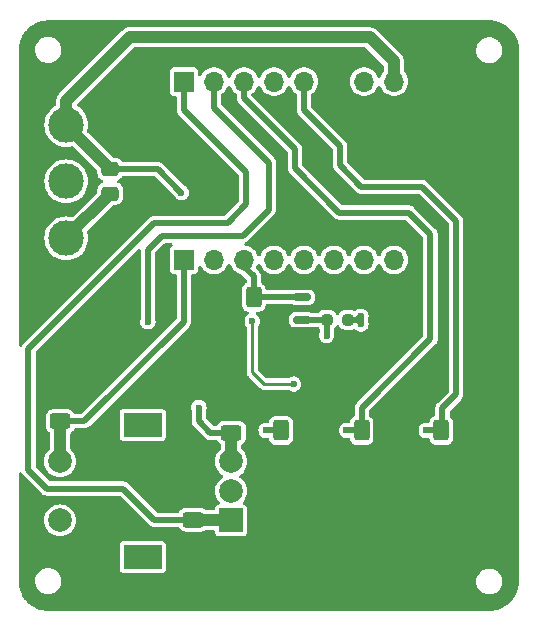
<source format=gbr>
%TF.GenerationSoftware,KiCad,Pcbnew,7.0.7*%
%TF.CreationDate,2024-01-07T22:57:32-05:00*%
%TF.ProjectId,ESP32-C3_hat,45535033-322d-4433-935f-6861742e6b69,rev?*%
%TF.SameCoordinates,Original*%
%TF.FileFunction,Copper,L2,Bot*%
%TF.FilePolarity,Positive*%
%FSLAX46Y46*%
G04 Gerber Fmt 4.6, Leading zero omitted, Abs format (unit mm)*
G04 Created by KiCad (PCBNEW 7.0.7) date 2024-01-07 22:57:32*
%MOMM*%
%LPD*%
G01*
G04 APERTURE LIST*
G04 Aperture macros list*
%AMRoundRect*
0 Rectangle with rounded corners*
0 $1 Rounding radius*
0 $2 $3 $4 $5 $6 $7 $8 $9 X,Y pos of 4 corners*
0 Add a 4 corners polygon primitive as box body*
4,1,4,$2,$3,$4,$5,$6,$7,$8,$9,$2,$3,0*
0 Add four circle primitives for the rounded corners*
1,1,$1+$1,$2,$3*
1,1,$1+$1,$4,$5*
1,1,$1+$1,$6,$7*
1,1,$1+$1,$8,$9*
0 Add four rect primitives between the rounded corners*
20,1,$1+$1,$2,$3,$4,$5,0*
20,1,$1+$1,$4,$5,$6,$7,0*
20,1,$1+$1,$6,$7,$8,$9,0*
20,1,$1+$1,$8,$9,$2,$3,0*%
G04 Aperture macros list end*
%TA.AperFunction,ComponentPad*%
%ADD10C,3.000000*%
%TD*%
%TA.AperFunction,SMDPad,CuDef*%
%ADD11RoundRect,0.250000X-0.475000X0.337500X-0.475000X-0.337500X0.475000X-0.337500X0.475000X0.337500X0*%
%TD*%
%TA.AperFunction,SMDPad,CuDef*%
%ADD12RoundRect,0.250000X0.400000X0.625000X-0.400000X0.625000X-0.400000X-0.625000X0.400000X-0.625000X0*%
%TD*%
%TA.AperFunction,SMDPad,CuDef*%
%ADD13RoundRect,0.250000X-0.625000X0.400000X-0.625000X-0.400000X0.625000X-0.400000X0.625000X0.400000X0*%
%TD*%
%TA.AperFunction,SMDPad,CuDef*%
%ADD14RoundRect,0.237500X-0.250000X-0.237500X0.250000X-0.237500X0.250000X0.237500X-0.250000X0.237500X0*%
%TD*%
%TA.AperFunction,SMDPad,CuDef*%
%ADD15RoundRect,0.150000X0.587500X0.150000X-0.587500X0.150000X-0.587500X-0.150000X0.587500X-0.150000X0*%
%TD*%
%TA.AperFunction,SMDPad,CuDef*%
%ADD16RoundRect,0.250000X-0.400000X-0.625000X0.400000X-0.625000X0.400000X0.625000X-0.400000X0.625000X0*%
%TD*%
%TA.AperFunction,ComponentPad*%
%ADD17C,2.000000*%
%TD*%
%TA.AperFunction,ComponentPad*%
%ADD18R,3.200000X2.000000*%
%TD*%
%TA.AperFunction,ComponentPad*%
%ADD19R,2.000000X2.000000*%
%TD*%
%TA.AperFunction,ComponentPad*%
%ADD20O,1.700000X1.700000*%
%TD*%
%TA.AperFunction,ComponentPad*%
%ADD21R,1.700000X1.700000*%
%TD*%
%TA.AperFunction,ViaPad*%
%ADD22C,0.600000*%
%TD*%
%TA.AperFunction,Conductor*%
%ADD23C,0.500000*%
%TD*%
%TA.AperFunction,Conductor*%
%ADD24C,1.000000*%
%TD*%
%TA.AperFunction,Conductor*%
%ADD25C,0.250000*%
%TD*%
G04 APERTURE END LIST*
D10*
%TO.P,J5,1,Pin_1*%
%TO.N,GND*%
X29006800Y-43434000D03*
%TD*%
%TO.P,J4,1,Pin_1*%
%TO.N,+5V*%
X29006800Y-33832800D03*
%TD*%
%TO.P,J3,1,Pin_1*%
%TO.N,Net-(J3-Pin_1)*%
X29006800Y-38608000D03*
%TD*%
D11*
%TO.P,C2,2*%
%TO.N,GND*%
X32715200Y-39645500D03*
%TO.P,C2,1*%
%TO.N,+5V*%
X32715200Y-37570500D03*
%TD*%
D12*
%TO.P,R4,1*%
%TO.N,+3.3V*%
X57119600Y-59688800D03*
%TO.P,R4,2*%
%TO.N,/BTN2*%
X54019600Y-59688800D03*
%TD*%
%TO.P,R6,1*%
%TO.N,+3.3V*%
X63856800Y-59690000D03*
%TO.P,R6,2*%
%TO.N,/BTN3*%
X60756800Y-59690000D03*
%TD*%
D13*
%TO.P,R7,1*%
%TO.N,+3.3V*%
X42991650Y-56792000D03*
%TO.P,R7,2*%
%TO.N,/ENC1B*%
X42991650Y-59892000D03*
%TD*%
D14*
%TO.P,R9,2*%
%TO.N,GND*%
X52893850Y-50341600D03*
%TO.P,R9,1*%
%TO.N,Net-(D1-LEDA)*%
X51068850Y-50341600D03*
%TD*%
D15*
%TO.P,Q1,3,D*%
%TO.N,+3.3V*%
X47106450Y-49376400D03*
%TO.P,Q1,2,S*%
%TO.N,Net-(D1-LEDA)*%
X48981450Y-50326400D03*
%TO.P,Q1,1,G*%
%TO.N,/TFT_ON*%
X48981450Y-48426400D03*
%TD*%
D16*
%TO.P,R1,2*%
%TO.N,/TFT_ON*%
X44871250Y-48411200D03*
%TO.P,R1,1*%
%TO.N,+3.3V*%
X41771250Y-48411200D03*
%TD*%
D12*
%TO.P,R8,1*%
%TO.N,+3.3V*%
X50293200Y-59690000D03*
%TO.P,R8,2*%
%TO.N,/BTN1*%
X47193200Y-59690000D03*
%TD*%
D13*
%TO.P,R5,2*%
%TO.N,/ENC1A*%
X39740450Y-67258000D03*
%TO.P,R5,1*%
%TO.N,+3.3V*%
X39740450Y-64158000D03*
%TD*%
D17*
%TO.P,SW1,S2,S2*%
%TO.N,GND*%
X28477250Y-67319600D03*
%TO.P,SW1,S1,S1*%
%TO.N,/SW1*%
X28477250Y-62319600D03*
D18*
%TO.P,SW1,MP*%
%TO.N,N/C*%
X35477250Y-59219600D03*
X35477250Y-70419600D03*
D17*
%TO.P,SW1,C,C*%
%TO.N,GND*%
X42977250Y-64819600D03*
%TO.P,SW1,B,B*%
%TO.N,/ENC1B*%
X42977250Y-62319600D03*
D19*
%TO.P,SW1,A,A*%
%TO.N,/ENC1A*%
X42977250Y-67319600D03*
%TD*%
D13*
%TO.P,R2,2*%
%TO.N,/SW1*%
X28513650Y-58928000D03*
%TO.P,R2,1*%
%TO.N,+3.3V*%
X28513650Y-55828000D03*
%TD*%
D20*
%TO.P,J1,8,Pin_8*%
%TO.N,+5V*%
X56758450Y-30162400D03*
%TO.P,J1,7,Pin_7*%
%TO.N,GND*%
X54218450Y-30162400D03*
%TO.P,J1,6,Pin_6*%
%TO.N,+3.3V*%
X51678450Y-30162400D03*
%TO.P,J1,5,Pin_5*%
%TO.N,/BTN3*%
X49138450Y-30162400D03*
%TO.P,J1,4,Pin_4*%
%TO.N,/Neo_In*%
X46598450Y-30162400D03*
%TO.P,J1,3,Pin_3*%
%TO.N,/BTN2*%
X44058450Y-30162400D03*
%TO.P,J1,2,Pin_2*%
%TO.N,/ENC1B*%
X41518450Y-30162400D03*
D21*
%TO.P,J1,1,Pin_1*%
%TO.N,/ENC1A*%
X38978450Y-30162400D03*
%TD*%
D20*
%TO.P,J2,8,Pin_8*%
%TO.N,/DRVR_ON*%
X56758450Y-45261600D03*
%TO.P,J2,7,Pin_7*%
%TO.N,/SCLK*%
X54218450Y-45261600D03*
%TO.P,J2,6,Pin_6*%
%TO.N,/MOSI*%
X51678450Y-45261600D03*
%TO.P,J2,5,Pin_5*%
%TO.N,/RST*%
X49138450Y-45261600D03*
%TO.P,J2,4,Pin_4*%
%TO.N,/D{slash}C*%
X46598450Y-45261600D03*
%TO.P,J2,3,Pin_3*%
%TO.N,/TFT_ON*%
X44058450Y-45261600D03*
%TO.P,J2,2,Pin_2*%
%TO.N,/BTN1*%
X41518450Y-45261600D03*
D21*
%TO.P,J2,1,Pin_1*%
%TO.N,/SW1*%
X38978450Y-45261600D03*
%TD*%
D22*
%TO.N,+3.3V*%
X41706800Y-40792400D03*
%TO.N,/ENC1B*%
X40233600Y-57759600D03*
X35915600Y-50495200D03*
%TO.N,+5V*%
X38760400Y-39573200D03*
%TO.N,/BTN3*%
X59486800Y-59690000D03*
%TO.N,/BTN2*%
X52730400Y-59690000D03*
%TO.N,/BTN1*%
X45923200Y-59690000D03*
%TO.N,/D{slash}C*%
X44754800Y-50444400D03*
X48260000Y-55778400D03*
%TO.N,+3.3V*%
X49936400Y-51663600D03*
%TO.N,GND*%
X53949600Y-50698400D03*
X53949600Y-50038000D03*
%TO.N,Net-(D1-LEDA)*%
X51054000Y-51663600D03*
%TD*%
D23*
%TO.N,+3.3V*%
X48107600Y-51663600D02*
X49936400Y-51663600D01*
%TO.N,/BTN3*%
X60858400Y-59588400D02*
X60756800Y-59690000D01*
X60858400Y-57810400D02*
X60858400Y-59588400D01*
X62026800Y-56642000D02*
X60858400Y-57810400D01*
X62026800Y-41960800D02*
X62026800Y-56642000D01*
X59131200Y-39065200D02*
X62026800Y-41960800D01*
X54000400Y-39065200D02*
X59131200Y-39065200D01*
X52171600Y-37236400D02*
X54000400Y-39065200D01*
X52171600Y-35610800D02*
X52171600Y-37236400D01*
X49138450Y-32577650D02*
X52171600Y-35610800D01*
X49138450Y-30162400D02*
X49138450Y-32577650D01*
%TO.N,/BTN2*%
X54019600Y-57791200D02*
X54019600Y-59688800D01*
X59842400Y-51968400D02*
X54019600Y-57791200D01*
X59842400Y-43078400D02*
X59842400Y-51968400D01*
X58013600Y-41249600D02*
X59842400Y-43078400D01*
X52120800Y-41249600D02*
X58013600Y-41249600D01*
X48361600Y-37490400D02*
X52120800Y-41249600D01*
X48361600Y-35864800D02*
X48361600Y-37490400D01*
X44058450Y-31561650D02*
X48361600Y-35864800D01*
X44058450Y-30162400D02*
X44058450Y-31561650D01*
%TO.N,/ENC1B*%
X41197600Y-59892000D02*
X42991650Y-59892000D01*
X40233600Y-58928000D02*
X41197600Y-59892000D01*
X40233600Y-57759600D02*
X40233600Y-58928000D01*
X35915600Y-44399200D02*
X35915600Y-50495200D01*
X37084000Y-43230800D02*
X35915600Y-44399200D01*
X45923200Y-41249600D02*
X43942000Y-43230800D01*
X46177200Y-40995600D02*
X45923200Y-41249600D01*
X46177200Y-37033200D02*
X46177200Y-40995600D01*
X41518450Y-32374450D02*
X46177200Y-37033200D01*
X43942000Y-43230800D02*
X37084000Y-43230800D01*
X41518450Y-30162400D02*
X41518450Y-32374450D01*
%TO.N,/ENC1A*%
X36473200Y-67258000D02*
X39740450Y-67258000D01*
X33832800Y-64617600D02*
X36473200Y-67258000D01*
X27381200Y-64617600D02*
X33832800Y-64617600D01*
X25806400Y-63042800D02*
X27381200Y-64617600D01*
X25806400Y-52781200D02*
X25806400Y-63042800D01*
X36474400Y-42113200D02*
X25806400Y-52781200D01*
X42672000Y-42113200D02*
X36474400Y-42113200D01*
X44246800Y-40538400D02*
X42672000Y-42113200D01*
X44246800Y-37846000D02*
X44246800Y-40538400D01*
X38978450Y-32577650D02*
X44246800Y-37846000D01*
X38978450Y-30162400D02*
X38978450Y-32577650D01*
%TO.N,/SW1*%
X30530800Y-58928000D02*
X28513650Y-58928000D01*
X38978450Y-45261600D02*
X38978450Y-50480350D01*
X38978450Y-50480350D02*
X30530800Y-58928000D01*
%TO.N,+5V*%
X38760400Y-39573200D02*
X36757700Y-37570500D01*
X36757700Y-37570500D02*
X32715200Y-37570500D01*
D24*
X29006800Y-33832800D02*
X29006800Y-33862100D01*
X29006800Y-33862100D02*
X32715200Y-37570500D01*
%TO.N,GND*%
X29006800Y-43353900D02*
X32715200Y-39645500D01*
X29006800Y-43434000D02*
X29006800Y-43353900D01*
%TO.N,+5V*%
X29006800Y-31800800D02*
X29006800Y-33832800D01*
X34391600Y-26416000D02*
X29006800Y-31800800D01*
X56758450Y-28462850D02*
X54711600Y-26416000D01*
X56758450Y-30162400D02*
X56758450Y-28462850D01*
X54711600Y-26416000D02*
X34391600Y-26416000D01*
D23*
%TO.N,/BTN1*%
X47193200Y-59690000D02*
X45923200Y-59690000D01*
%TO.N,/BTN3*%
X60756800Y-59690000D02*
X59486800Y-59690000D01*
%TO.N,/BTN2*%
X52731600Y-59688800D02*
X52730400Y-59690000D01*
X54019600Y-59688800D02*
X52731600Y-59688800D01*
%TO.N,GND*%
X53949600Y-50038000D02*
X53949600Y-50698400D01*
X53949600Y-50645200D02*
X53646000Y-50341600D01*
X53949600Y-50698400D02*
X53949600Y-50645200D01*
X53646000Y-50341600D02*
X53949600Y-50038000D01*
X52893850Y-50341600D02*
X53646000Y-50341600D01*
%TO.N,/TFT_ON*%
X44871250Y-46649250D02*
X44871250Y-48411200D01*
X44058450Y-45836450D02*
X44871250Y-46649250D01*
X44058450Y-45261600D02*
X44058450Y-45836450D01*
D25*
%TO.N,/D{slash}C*%
X44754800Y-54762400D02*
X44754800Y-50444400D01*
X45770800Y-55778400D02*
X44754800Y-54762400D01*
X48260000Y-55778400D02*
X45770800Y-55778400D01*
D23*
%TO.N,+3.3V*%
X47106450Y-50662450D02*
X48107600Y-51663600D01*
X47106450Y-49376400D02*
X47106450Y-50662450D01*
%TO.N,Net-(D1-LEDA)*%
X51054000Y-50356450D02*
X51068850Y-50341600D01*
X51054000Y-51663600D02*
X51054000Y-50356450D01*
X51053650Y-50326400D02*
X51068850Y-50341600D01*
X48981450Y-50326400D02*
X51053650Y-50326400D01*
%TO.N,/TFT_ON*%
X48966250Y-48411200D02*
X48981450Y-48426400D01*
X44871250Y-48411200D02*
X48966250Y-48411200D01*
D24*
%TO.N,/ENC1B*%
X42991650Y-62305200D02*
X42977250Y-62319600D01*
X42991650Y-59892000D02*
X42991650Y-62305200D01*
%TO.N,/ENC1A*%
X42915650Y-67258000D02*
X42977250Y-67319600D01*
X39740450Y-67258000D02*
X42915650Y-67258000D01*
%TO.N,/SW1*%
X28513650Y-58928000D02*
X28513650Y-62283200D01*
X28513650Y-62283200D02*
X28477250Y-62319600D01*
%TD*%
%TA.AperFunction,Conductor*%
%TO.N,+3.3V*%
G36*
X64822929Y-24975391D02*
G01*
X64933660Y-24981768D01*
X65115555Y-24993052D01*
X65123697Y-24994012D01*
X65260382Y-25017838D01*
X65414577Y-25046832D01*
X65421932Y-25048605D01*
X65560042Y-25089464D01*
X65705068Y-25135882D01*
X65711501Y-25138275D01*
X65846223Y-25195663D01*
X65982781Y-25258900D01*
X65988340Y-25261764D01*
X66048140Y-25295824D01*
X66116741Y-25334897D01*
X66243880Y-25414178D01*
X66248497Y-25417304D01*
X66366883Y-25504131D01*
X66369754Y-25506346D01*
X66484602Y-25599501D01*
X66488289Y-25602700D01*
X66596119Y-25702723D01*
X66599166Y-25705717D01*
X66701521Y-25812248D01*
X66704386Y-25815408D01*
X66799992Y-25927117D01*
X66803081Y-25930978D01*
X66891551Y-26049432D01*
X66893650Y-26052389D01*
X66932500Y-26110059D01*
X66975677Y-26174152D01*
X66978619Y-26178895D01*
X67034961Y-26277849D01*
X67052758Y-26309106D01*
X67120694Y-26440315D01*
X67123338Y-26445994D01*
X67151557Y-26513929D01*
X67180965Y-26584728D01*
X67181074Y-26584989D01*
X67233013Y-26721851D01*
X67235165Y-26728426D01*
X67245790Y-26766847D01*
X67275741Y-26875160D01*
X67311044Y-27014783D01*
X67312526Y-27022220D01*
X67335339Y-27177484D01*
X67353675Y-27314949D01*
X67354311Y-27323168D01*
X67358320Y-27505556D01*
X67360262Y-27616234D01*
X67360214Y-27620518D01*
X67358464Y-27664253D01*
X67360245Y-27678957D01*
X67320355Y-72429459D01*
X67320300Y-72429663D01*
X67320300Y-72489350D01*
X67320164Y-72493849D01*
X67314317Y-72590499D01*
X67300765Y-72797263D01*
X67299703Y-72805826D01*
X67274967Y-72940809D01*
X67241992Y-73106588D01*
X67240048Y-73114223D01*
X67196879Y-73252757D01*
X67144835Y-73406071D01*
X67142224Y-73412702D01*
X67081291Y-73548092D01*
X67010836Y-73690957D01*
X67007774Y-73696550D01*
X66930878Y-73823752D01*
X66929066Y-73826601D01*
X66842075Y-73956792D01*
X66838775Y-73961348D01*
X66746695Y-74078881D01*
X66744061Y-74082058D01*
X66641185Y-74199365D01*
X66637852Y-74202924D01*
X66532124Y-74308652D01*
X66528565Y-74311985D01*
X66411258Y-74414861D01*
X66408081Y-74417495D01*
X66290548Y-74509575D01*
X66285992Y-74512875D01*
X66155801Y-74599866D01*
X66152952Y-74601678D01*
X66025750Y-74678574D01*
X66020157Y-74681636D01*
X65877292Y-74752091D01*
X65741902Y-74813024D01*
X65735271Y-74815635D01*
X65581957Y-74867679D01*
X65443423Y-74910848D01*
X65435788Y-74912792D01*
X65270009Y-74945767D01*
X65135026Y-74970503D01*
X65126463Y-74971565D01*
X64919699Y-74985117D01*
X64827696Y-74990682D01*
X64823047Y-74990964D01*
X64818550Y-74991100D01*
X27485050Y-74991100D01*
X27480552Y-74990964D01*
X27475522Y-74990659D01*
X27383900Y-74985117D01*
X27177135Y-74971565D01*
X27168572Y-74970503D01*
X27033590Y-74945767D01*
X26867803Y-74912790D01*
X26860175Y-74910848D01*
X26721642Y-74867679D01*
X26568327Y-74815635D01*
X26561696Y-74813024D01*
X26426307Y-74752091D01*
X26283441Y-74681636D01*
X26277849Y-74678574D01*
X26150646Y-74601678D01*
X26147797Y-74599866D01*
X26017606Y-74512875D01*
X26013050Y-74509575D01*
X25895517Y-74417495D01*
X25892340Y-74414861D01*
X25775033Y-74311985D01*
X25771474Y-74308652D01*
X25665746Y-74202924D01*
X25662413Y-74199365D01*
X25559537Y-74082058D01*
X25556914Y-74078894D01*
X25464823Y-73961348D01*
X25461523Y-73956792D01*
X25374532Y-73826601D01*
X25372720Y-73823752D01*
X25295824Y-73696549D01*
X25292762Y-73690956D01*
X25244382Y-73592853D01*
X25222308Y-73548092D01*
X25161371Y-73412695D01*
X25158763Y-73406070D01*
X25106720Y-73252757D01*
X25100354Y-73232328D01*
X25063544Y-73114203D01*
X25061613Y-73106618D01*
X25028631Y-72940803D01*
X25003891Y-72805800D01*
X25002835Y-72797286D01*
X24989282Y-72590499D01*
X24983435Y-72493846D01*
X24983300Y-72489351D01*
X24983300Y-72457604D01*
X26377585Y-72457604D01*
X26396402Y-72660678D01*
X26396402Y-72660680D01*
X26396403Y-72660683D01*
X26406077Y-72694683D01*
X26452216Y-72856845D01*
X26452217Y-72856847D01*
X26452218Y-72856850D01*
X26495191Y-72943151D01*
X26543128Y-73039423D01*
X26610640Y-73128823D01*
X26666036Y-73202179D01*
X26769934Y-73296894D01*
X26816758Y-73339580D01*
X26816763Y-73339584D01*
X26990158Y-73446945D01*
X26990167Y-73446950D01*
X27000108Y-73450800D01*
X27021287Y-73459005D01*
X27024562Y-73460387D01*
X27024803Y-73460470D01*
X27024804Y-73460471D01*
X27025605Y-73460748D01*
X27027305Y-73461337D01*
X27041967Y-73467017D01*
X27180344Y-73520624D01*
X27212920Y-73526713D01*
X27216735Y-73527533D01*
X27222865Y-73529020D01*
X27222875Y-73529024D01*
X27231456Y-73530257D01*
X27233293Y-73530522D01*
X27293428Y-73541763D01*
X27380824Y-73558100D01*
X27380827Y-73558100D01*
X27414450Y-73558100D01*
X27423211Y-73558726D01*
X27423222Y-73558513D01*
X27427311Y-73558707D01*
X27428112Y-73558962D01*
X27444450Y-73558184D01*
X27447998Y-73558100D01*
X27584774Y-73558100D01*
X27584776Y-73558100D01*
X27621089Y-73551312D01*
X27628376Y-73551874D01*
X27653926Y-73548200D01*
X27693793Y-73546299D01*
X27728041Y-73531319D01*
X27785256Y-73520624D01*
X27818456Y-73507762D01*
X27827316Y-73506803D01*
X27830439Y-73505377D01*
X27857208Y-73496112D01*
X27894087Y-73487164D01*
X27923628Y-73467018D01*
X27975437Y-73446948D01*
X28005277Y-73428471D01*
X28016019Y-73425235D01*
X28022461Y-73420648D01*
X28047001Y-73406479D01*
X28079673Y-73391558D01*
X28103789Y-73367475D01*
X28148841Y-73339581D01*
X28174883Y-73315840D01*
X28186793Y-73309678D01*
X28194960Y-73301114D01*
X28216367Y-73282565D01*
X28243989Y-73262894D01*
X28262253Y-73236191D01*
X28299564Y-73202179D01*
X28321182Y-73173552D01*
X28333442Y-73163992D01*
X28341730Y-73151096D01*
X28359246Y-73128823D01*
X28381189Y-73105810D01*
X28393483Y-73077809D01*
X28422473Y-73039421D01*
X28438921Y-73006388D01*
X28450561Y-72993216D01*
X28457453Y-72976003D01*
X28470433Y-72950826D01*
X28486478Y-72925857D01*
X28492960Y-72897863D01*
X28513382Y-72856850D01*
X28523847Y-72820067D01*
X28533878Y-72803294D01*
X28537945Y-72782194D01*
X28545928Y-72755010D01*
X28556135Y-72729515D01*
X28557244Y-72702690D01*
X28569197Y-72660683D01*
X28576111Y-72586063D01*
X28577138Y-72578856D01*
X28587764Y-72523722D01*
X28584170Y-72499088D01*
X28584864Y-72491604D01*
X63715585Y-72491604D01*
X63734402Y-72694678D01*
X63790216Y-72890845D01*
X63790217Y-72890847D01*
X63790218Y-72890850D01*
X63824579Y-72959857D01*
X63881128Y-73073423D01*
X63939784Y-73151096D01*
X64004036Y-73236179D01*
X64112460Y-73335020D01*
X64154758Y-73373580D01*
X64154763Y-73373584D01*
X64328158Y-73480945D01*
X64328167Y-73480950D01*
X64338108Y-73484800D01*
X64359287Y-73493005D01*
X64362562Y-73494387D01*
X64362803Y-73494470D01*
X64362804Y-73494471D01*
X64363605Y-73494748D01*
X64365305Y-73495337D01*
X64367306Y-73496112D01*
X64518344Y-73554624D01*
X64550920Y-73560713D01*
X64554735Y-73561533D01*
X64560865Y-73563020D01*
X64560875Y-73563024D01*
X64569456Y-73564257D01*
X64571293Y-73564522D01*
X64655694Y-73580299D01*
X64718824Y-73592100D01*
X64718827Y-73592100D01*
X64752450Y-73592100D01*
X64761211Y-73592726D01*
X64761222Y-73592513D01*
X64765311Y-73592707D01*
X64766112Y-73592962D01*
X64782450Y-73592184D01*
X64785998Y-73592100D01*
X64922774Y-73592100D01*
X64922776Y-73592100D01*
X64959089Y-73585312D01*
X64966376Y-73585874D01*
X64991926Y-73582200D01*
X65031793Y-73580299D01*
X65066041Y-73565319D01*
X65123256Y-73554624D01*
X65156456Y-73541762D01*
X65165316Y-73540803D01*
X65168439Y-73539377D01*
X65195208Y-73530112D01*
X65232087Y-73521164D01*
X65261628Y-73501018D01*
X65313437Y-73480948D01*
X65343277Y-73462471D01*
X65354019Y-73459235D01*
X65360461Y-73454648D01*
X65385001Y-73440479D01*
X65417673Y-73425558D01*
X65441789Y-73401475D01*
X65486841Y-73373581D01*
X65512883Y-73349840D01*
X65524793Y-73343678D01*
X65532960Y-73335114D01*
X65554367Y-73316565D01*
X65581989Y-73296894D01*
X65600253Y-73270191D01*
X65637564Y-73236179D01*
X65659182Y-73207552D01*
X65671442Y-73197992D01*
X65679730Y-73185096D01*
X65697246Y-73162823D01*
X65719189Y-73139810D01*
X65731483Y-73111809D01*
X65760473Y-73073421D01*
X65776921Y-73040388D01*
X65788561Y-73027216D01*
X65795453Y-73010003D01*
X65808433Y-72984826D01*
X65824478Y-72959857D01*
X65830960Y-72931863D01*
X65851382Y-72890850D01*
X65861847Y-72854067D01*
X65871878Y-72837294D01*
X65875945Y-72816194D01*
X65883928Y-72789010D01*
X65894135Y-72763515D01*
X65895244Y-72736690D01*
X65907197Y-72694683D01*
X65914111Y-72620063D01*
X65915138Y-72612856D01*
X65925764Y-72557722D01*
X65922170Y-72533088D01*
X65926015Y-72491600D01*
X65922170Y-72450109D01*
X65926092Y-72427177D01*
X65915138Y-72370343D01*
X65914111Y-72363133D01*
X65907197Y-72288517D01*
X65895244Y-72246510D01*
X65894859Y-72221489D01*
X65883927Y-72194183D01*
X65875946Y-72167003D01*
X65872129Y-72147204D01*
X65861847Y-72129131D01*
X65851382Y-72092350D01*
X65851379Y-72092345D01*
X65851378Y-72092340D01*
X65830959Y-72051334D01*
X65825647Y-72025160D01*
X65808433Y-71998373D01*
X65795453Y-71973196D01*
X65788981Y-71957031D01*
X65776923Y-71942815D01*
X65760473Y-71909779D01*
X65731480Y-71871386D01*
X65720833Y-71845113D01*
X65697246Y-71820376D01*
X65679732Y-71798106D01*
X65671953Y-71786001D01*
X65659185Y-71775651D01*
X65637564Y-71747021D01*
X65600249Y-71713004D01*
X65584111Y-71687815D01*
X65554365Y-71666632D01*
X65532962Y-71648086D01*
X65525322Y-71640074D01*
X65512883Y-71633359D01*
X65486841Y-71609619D01*
X65486836Y-71609615D01*
X65441785Y-71581721D01*
X65420246Y-71558813D01*
X65384999Y-71542717D01*
X65360464Y-71528552D01*
X65354512Y-71524313D01*
X65343281Y-71520730D01*
X65313437Y-71502252D01*
X65313433Y-71502250D01*
X65313431Y-71502249D01*
X65261620Y-71482177D01*
X65235059Y-71462754D01*
X65195210Y-71453086D01*
X65168448Y-71443824D01*
X65165722Y-71442579D01*
X65156456Y-71441437D01*
X65123261Y-71428577D01*
X65123250Y-71428575D01*
X65112791Y-71426619D01*
X65066028Y-71417878D01*
X65035065Y-71403050D01*
X64991917Y-71400995D01*
X64966869Y-71397394D01*
X64959098Y-71397889D01*
X64922778Y-71391100D01*
X64922776Y-71391100D01*
X64785917Y-71391100D01*
X64782399Y-71391016D01*
X64768341Y-71390347D01*
X64768340Y-71390347D01*
X64766220Y-71390246D01*
X64765351Y-71390490D01*
X64761266Y-71390685D01*
X64761255Y-71390470D01*
X64752450Y-71391100D01*
X64718824Y-71391100D01*
X64718821Y-71391100D01*
X64718815Y-71391101D01*
X64571443Y-71418648D01*
X64560955Y-71420155D01*
X64554726Y-71421666D01*
X64550865Y-71422495D01*
X64518345Y-71428575D01*
X64365291Y-71487868D01*
X64362559Y-71488814D01*
X64359272Y-71490200D01*
X64328157Y-71502254D01*
X64154759Y-71609619D01*
X64154758Y-71609619D01*
X64004034Y-71747023D01*
X63881128Y-71909776D01*
X63790216Y-72092354D01*
X63734402Y-72288521D01*
X63715585Y-72491595D01*
X63715585Y-72491604D01*
X28584864Y-72491604D01*
X28588015Y-72457600D01*
X28584170Y-72416109D01*
X28588092Y-72393177D01*
X28577138Y-72336343D01*
X28576111Y-72329133D01*
X28569197Y-72254517D01*
X28557244Y-72212510D01*
X28556859Y-72187489D01*
X28545927Y-72160183D01*
X28537946Y-72133003D01*
X28534129Y-72113204D01*
X28523847Y-72095131D01*
X28513382Y-72058350D01*
X28513379Y-72058345D01*
X28513378Y-72058340D01*
X28492959Y-72017334D01*
X28487647Y-71991160D01*
X28470433Y-71964373D01*
X28457453Y-71939196D01*
X28450981Y-71923031D01*
X28438923Y-71908815D01*
X28422473Y-71875779D01*
X28393480Y-71837386D01*
X28382833Y-71811113D01*
X28359246Y-71786376D01*
X28341732Y-71764106D01*
X28333953Y-71752001D01*
X28321185Y-71741651D01*
X28299564Y-71713021D01*
X28299546Y-71713005D01*
X28262250Y-71679005D01*
X28246111Y-71653815D01*
X28216365Y-71632632D01*
X28194962Y-71614086D01*
X28187322Y-71606074D01*
X28174883Y-71599359D01*
X28148841Y-71575619D01*
X28148836Y-71575615D01*
X28103785Y-71547721D01*
X28082246Y-71524813D01*
X28046999Y-71508717D01*
X28022464Y-71494552D01*
X28016512Y-71490313D01*
X28005281Y-71486730D01*
X27975437Y-71468252D01*
X27975433Y-71468250D01*
X27975431Y-71468249D01*
X27935729Y-71452868D01*
X33526750Y-71452868D01*
X33536676Y-71520993D01*
X33536676Y-71520994D01*
X33588050Y-71626081D01*
X33670768Y-71708799D01*
X33775855Y-71760173D01*
X33843981Y-71770099D01*
X33843987Y-71770099D01*
X33843990Y-71770100D01*
X33843991Y-71770100D01*
X37110509Y-71770100D01*
X37110510Y-71770100D01*
X37110513Y-71770099D01*
X37110518Y-71770099D01*
X37178643Y-71760173D01*
X37178644Y-71760173D01*
X37283731Y-71708799D01*
X37283731Y-71708798D01*
X37283733Y-71708798D01*
X37366448Y-71626083D01*
X37376230Y-71606074D01*
X37417823Y-71520994D01*
X37417823Y-71520993D01*
X37427749Y-71452868D01*
X37427750Y-71452858D01*
X37427750Y-69386341D01*
X37427749Y-69386331D01*
X37417823Y-69318206D01*
X37417823Y-69318205D01*
X37366449Y-69213118D01*
X37283731Y-69130400D01*
X37178644Y-69079026D01*
X37110518Y-69069100D01*
X37110510Y-69069100D01*
X33843990Y-69069100D01*
X33843981Y-69069100D01*
X33775856Y-69079026D01*
X33775855Y-69079026D01*
X33670768Y-69130400D01*
X33588050Y-69213118D01*
X33536676Y-69318205D01*
X33536676Y-69318206D01*
X33526750Y-69386331D01*
X33526750Y-71452868D01*
X27935729Y-71452868D01*
X27923620Y-71448177D01*
X27897059Y-71428754D01*
X27857210Y-71419086D01*
X27830448Y-71409824D01*
X27827722Y-71408579D01*
X27818456Y-71407437D01*
X27785261Y-71394577D01*
X27785250Y-71394575D01*
X27774791Y-71392619D01*
X27728028Y-71383878D01*
X27697065Y-71369050D01*
X27653917Y-71366995D01*
X27628869Y-71363394D01*
X27621098Y-71363889D01*
X27584778Y-71357100D01*
X27584776Y-71357100D01*
X27447917Y-71357100D01*
X27444399Y-71357016D01*
X27430341Y-71356347D01*
X27430340Y-71356347D01*
X27428220Y-71356246D01*
X27427351Y-71356490D01*
X27423266Y-71356685D01*
X27423255Y-71356470D01*
X27414450Y-71357100D01*
X27380824Y-71357100D01*
X27380821Y-71357100D01*
X27380815Y-71357101D01*
X27233443Y-71384648D01*
X27222955Y-71386155D01*
X27216726Y-71387666D01*
X27212865Y-71388495D01*
X27180345Y-71394575D01*
X27027291Y-71453868D01*
X27024559Y-71454814D01*
X27021272Y-71456200D01*
X26990157Y-71468254D01*
X26816759Y-71575619D01*
X26816758Y-71575619D01*
X26753421Y-71633359D01*
X26670669Y-71708798D01*
X26666034Y-71713023D01*
X26543128Y-71875776D01*
X26452216Y-72058354D01*
X26396402Y-72254521D01*
X26377585Y-72457595D01*
X26377585Y-72457604D01*
X24983300Y-72457604D01*
X24983300Y-67933000D01*
X24983300Y-67319600D01*
X27121591Y-67319600D01*
X27142187Y-67555009D01*
X27183836Y-67710448D01*
X27203347Y-67783263D01*
X27303215Y-67997430D01*
X27438755Y-68191001D01*
X27605849Y-68358095D01*
X27799420Y-68493635D01*
X28013587Y-68593503D01*
X28241842Y-68654663D01*
X28477250Y-68675259D01*
X28712658Y-68654663D01*
X28940913Y-68593503D01*
X29155080Y-68493635D01*
X29348651Y-68358095D01*
X29515745Y-68191001D01*
X29651285Y-67997430D01*
X29751153Y-67783263D01*
X29812313Y-67555008D01*
X29832909Y-67319600D01*
X29812313Y-67084192D01*
X29751153Y-66855937D01*
X29651285Y-66641771D01*
X29515745Y-66448199D01*
X29348651Y-66281105D01*
X29155080Y-66145565D01*
X28940913Y-66045697D01*
X28940911Y-66045696D01*
X28712659Y-65984537D01*
X28477250Y-65963941D01*
X28241840Y-65984537D01*
X28013590Y-66045696D01*
X28013589Y-66045696D01*
X28013587Y-66045697D01*
X27799421Y-66145565D01*
X27799418Y-66145566D01*
X27799418Y-66145567D01*
X27605846Y-66281107D01*
X27438757Y-66448196D01*
X27438754Y-66448199D01*
X27438755Y-66448199D01*
X27303215Y-66641771D01*
X27203347Y-66855937D01*
X27203346Y-66855940D01*
X27142187Y-67084190D01*
X27121591Y-67319600D01*
X24983300Y-67319600D01*
X24983300Y-63373913D01*
X25003261Y-63299417D01*
X25057799Y-63244879D01*
X25132299Y-63224917D01*
X25206799Y-63244879D01*
X25261337Y-63299417D01*
X25269956Y-63316895D01*
X25281861Y-63345636D01*
X25281863Y-63345638D01*
X25281864Y-63345641D01*
X25378118Y-63471082D01*
X25378121Y-63471084D01*
X25405736Y-63492274D01*
X25413072Y-63498707D01*
X26925291Y-65010926D01*
X26931723Y-65018261D01*
X26952916Y-65045880D01*
X26952918Y-65045882D01*
X26964813Y-65055009D01*
X27070699Y-65136259D01*
X27078357Y-65142135D01*
X27078359Y-65142137D01*
X27203043Y-65193782D01*
X27224438Y-65202644D01*
X27381200Y-65223283D01*
X27415723Y-65218737D01*
X27425454Y-65218100D01*
X33522347Y-65218100D01*
X33596847Y-65238062D01*
X33627706Y-65261741D01*
X36017292Y-67651329D01*
X36023723Y-67658662D01*
X36043912Y-67684972D01*
X36044918Y-67686282D01*
X36044922Y-67686285D01*
X36044923Y-67686286D01*
X36074667Y-67709109D01*
X36074684Y-67709123D01*
X36170358Y-67782535D01*
X36170359Y-67782536D01*
X36316438Y-67843044D01*
X36316441Y-67843044D01*
X36316443Y-67843045D01*
X36316440Y-67843045D01*
X36473197Y-67863682D01*
X36473200Y-67863682D01*
X36473201Y-67863682D01*
X36481975Y-67862526D01*
X36507717Y-67859137D01*
X36517447Y-67858500D01*
X38448964Y-67858500D01*
X38523464Y-67878462D01*
X38578002Y-67933000D01*
X38586621Y-67950478D01*
X38590913Y-67960839D01*
X38590912Y-67960839D01*
X38618990Y-67997431D01*
X38687168Y-68086282D01*
X38812609Y-68182536D01*
X38958688Y-68243044D01*
X38958691Y-68243044D01*
X38958693Y-68243045D01*
X38958690Y-68243045D01*
X39023147Y-68251530D01*
X39076089Y-68258500D01*
X40404810Y-68258499D01*
X40522212Y-68243044D01*
X40668291Y-68182536D01*
X40724651Y-68139289D01*
X40795907Y-68109775D01*
X40815355Y-68108500D01*
X41477750Y-68108500D01*
X41552250Y-68128462D01*
X41606788Y-68183000D01*
X41626750Y-68257500D01*
X41626750Y-68352868D01*
X41636676Y-68420993D01*
X41636676Y-68420994D01*
X41688050Y-68526081D01*
X41770768Y-68608799D01*
X41875855Y-68660173D01*
X41943981Y-68670099D01*
X41943987Y-68670099D01*
X41943990Y-68670100D01*
X41943991Y-68670100D01*
X44010509Y-68670100D01*
X44010510Y-68670100D01*
X44010513Y-68670099D01*
X44010518Y-68670099D01*
X44078643Y-68660173D01*
X44078644Y-68660173D01*
X44183731Y-68608799D01*
X44183731Y-68608798D01*
X44183733Y-68608798D01*
X44266448Y-68526083D01*
X44317823Y-68420993D01*
X44327750Y-68352860D01*
X44327750Y-66286340D01*
X44326987Y-66281106D01*
X44317823Y-66218206D01*
X44317823Y-66218205D01*
X44266449Y-66113118D01*
X44183731Y-66030400D01*
X44078643Y-65979026D01*
X44066209Y-65977215D01*
X43995365Y-65946721D01*
X43949260Y-65884889D01*
X43940248Y-65808290D01*
X43970742Y-65737446D01*
X43982324Y-65724421D01*
X44015745Y-65691001D01*
X44151285Y-65497430D01*
X44251153Y-65283263D01*
X44312313Y-65055008D01*
X44332909Y-64819600D01*
X44312313Y-64584192D01*
X44251153Y-64355937D01*
X44151285Y-64141771D01*
X44015745Y-63948199D01*
X43848651Y-63781105D01*
X43720899Y-63691652D01*
X43671324Y-63632570D01*
X43657931Y-63556614D01*
X43684310Y-63484137D01*
X43720899Y-63447547D01*
X43848651Y-63358095D01*
X44015745Y-63191001D01*
X44151285Y-62997430D01*
X44251153Y-62783263D01*
X44312313Y-62555008D01*
X44332909Y-62319600D01*
X44312313Y-62084192D01*
X44251153Y-61855937D01*
X44151285Y-61641771D01*
X44015745Y-61448199D01*
X43885790Y-61318243D01*
X43847226Y-61251449D01*
X43842149Y-61212885D01*
X43842149Y-61163544D01*
X43842149Y-60947211D01*
X43862111Y-60872714D01*
X43912003Y-60822821D01*
X43911743Y-60822481D01*
X43914325Y-60820499D01*
X43916649Y-60818176D01*
X43916653Y-60818174D01*
X43919488Y-60816537D01*
X43919491Y-60816536D01*
X44044932Y-60720282D01*
X44141186Y-60594841D01*
X44201694Y-60448762D01*
X44217150Y-60331361D01*
X44217149Y-59690000D01*
X45267922Y-59690000D01*
X45286963Y-59846820D01*
X45342979Y-59994522D01*
X45342980Y-59994523D01*
X45432717Y-60124530D01*
X45550960Y-60229283D01*
X45690835Y-60302696D01*
X45844215Y-60340500D01*
X45844217Y-60340500D01*
X46002182Y-60340500D01*
X46002185Y-60340500D01*
X46023294Y-60335297D01*
X46100401Y-60336849D01*
X46166407Y-60376749D01*
X46203620Y-60444306D01*
X46206675Y-60460517D01*
X46208154Y-60471757D01*
X46208155Y-60471760D01*
X46268663Y-60617840D01*
X46347270Y-60720282D01*
X46364918Y-60743282D01*
X46490359Y-60839536D01*
X46636438Y-60900044D01*
X46636441Y-60900044D01*
X46636443Y-60900045D01*
X46636440Y-60900045D01*
X46700897Y-60908530D01*
X46753839Y-60915500D01*
X47632560Y-60915499D01*
X47749962Y-60900044D01*
X47896041Y-60839536D01*
X48021482Y-60743282D01*
X48117736Y-60617841D01*
X48178244Y-60471762D01*
X48178403Y-60470560D01*
X48193700Y-60354361D01*
X48193699Y-59025643D01*
X48193699Y-59025640D01*
X48178244Y-58908238D01*
X48117736Y-58762159D01*
X48021482Y-58636718D01*
X47896041Y-58540464D01*
X47896040Y-58540463D01*
X47816144Y-58507369D01*
X47749962Y-58479956D01*
X47749960Y-58479955D01*
X47749956Y-58479954D01*
X47749959Y-58479954D01*
X47632563Y-58464500D01*
X46753843Y-58464500D01*
X46636438Y-58479956D01*
X46490359Y-58540463D01*
X46364918Y-58636717D01*
X46364917Y-58636718D01*
X46268663Y-58762159D01*
X46208154Y-58908241D01*
X46206675Y-58919482D01*
X46177159Y-58990738D01*
X46115969Y-59037691D01*
X46039500Y-59047757D01*
X46023297Y-59044703D01*
X46002185Y-59039500D01*
X45844215Y-59039500D01*
X45792274Y-59052302D01*
X45690836Y-59077303D01*
X45550960Y-59150716D01*
X45432716Y-59255470D01*
X45342979Y-59385477D01*
X45286963Y-59533179D01*
X45267922Y-59690000D01*
X44217149Y-59690000D01*
X44217149Y-59452640D01*
X44201694Y-59335238D01*
X44141186Y-59189159D01*
X44044932Y-59063718D01*
X44030055Y-59052302D01*
X43919490Y-58967463D01*
X43824221Y-58928002D01*
X43773412Y-58906956D01*
X43773410Y-58906955D01*
X43773406Y-58906954D01*
X43773409Y-58906954D01*
X43656013Y-58891500D01*
X42327293Y-58891500D01*
X42209888Y-58906956D01*
X42063809Y-58967463D01*
X41938368Y-59063717D01*
X41938367Y-59063718D01*
X41842113Y-59189160D01*
X41837821Y-59199522D01*
X41790868Y-59260711D01*
X41719610Y-59290226D01*
X41700164Y-59291500D01*
X41508053Y-59291500D01*
X41433553Y-59271538D01*
X41402694Y-59247859D01*
X40877741Y-58722906D01*
X40839177Y-58656111D01*
X40834100Y-58617547D01*
X40834100Y-58037952D01*
X40843783Y-57985115D01*
X40859773Y-57942954D01*
X40869837Y-57916418D01*
X40888878Y-57759600D01*
X40869837Y-57602782D01*
X40813820Y-57455077D01*
X40724083Y-57325070D01*
X40605840Y-57220317D01*
X40605839Y-57220316D01*
X40465963Y-57146903D01*
X40388191Y-57127734D01*
X40312585Y-57109100D01*
X40154615Y-57109100D01*
X40093959Y-57124050D01*
X40001236Y-57146903D01*
X39861360Y-57220316D01*
X39743116Y-57325070D01*
X39653379Y-57455077D01*
X39597363Y-57602779D01*
X39578322Y-57759600D01*
X39597363Y-57916419D01*
X39623417Y-57985115D01*
X39633100Y-58037952D01*
X39633100Y-58883752D01*
X39632462Y-58893481D01*
X39630678Y-58907038D01*
X39627918Y-58927999D01*
X39627918Y-58928002D01*
X39642365Y-59037740D01*
X39648556Y-59084762D01*
X39691798Y-59189159D01*
X39709064Y-59230841D01*
X39805318Y-59356282D01*
X39805321Y-59356284D01*
X39832936Y-59377474D01*
X39840272Y-59383907D01*
X40741692Y-60285327D01*
X40748123Y-60292661D01*
X40769316Y-60320280D01*
X40769320Y-60320284D01*
X40813731Y-60354361D01*
X40894757Y-60416535D01*
X40894758Y-60416535D01*
X40894759Y-60416536D01*
X41040838Y-60477044D01*
X41040841Y-60477044D01*
X41040843Y-60477045D01*
X41040840Y-60477045D01*
X41197597Y-60497682D01*
X41197600Y-60497682D01*
X41197601Y-60497682D01*
X41206375Y-60496526D01*
X41232117Y-60493137D01*
X41241847Y-60492500D01*
X41700164Y-60492500D01*
X41774664Y-60512462D01*
X41829202Y-60567000D01*
X41837821Y-60584478D01*
X41842113Y-60594839D01*
X41842112Y-60594839D01*
X41859762Y-60617841D01*
X41938368Y-60720282D01*
X42063809Y-60816536D01*
X42063814Y-60816538D01*
X42066642Y-60818171D01*
X42068958Y-60820486D01*
X42071557Y-60822481D01*
X42071294Y-60822822D01*
X42121183Y-60872705D01*
X42141150Y-60947204D01*
X42141150Y-61184086D01*
X42121188Y-61258586D01*
X42097509Y-61289445D01*
X41938757Y-61448196D01*
X41938754Y-61448199D01*
X41938755Y-61448199D01*
X41803215Y-61641771D01*
X41703347Y-61855937D01*
X41703346Y-61855940D01*
X41642187Y-62084190D01*
X41642186Y-62084192D01*
X41642187Y-62084192D01*
X41621591Y-62319600D01*
X41642187Y-62555008D01*
X41703347Y-62783263D01*
X41803215Y-62997430D01*
X41938755Y-63191001D01*
X42105849Y-63358095D01*
X42233600Y-63447547D01*
X42283176Y-63506630D01*
X42296569Y-63582586D01*
X42270190Y-63655063D01*
X42233599Y-63691654D01*
X42105847Y-63781106D01*
X41938757Y-63948196D01*
X41837321Y-64093063D01*
X41803215Y-64141771D01*
X41768165Y-64216936D01*
X41703346Y-64355940D01*
X41642187Y-64584190D01*
X41621591Y-64819600D01*
X41642187Y-65055009D01*
X41703346Y-65283261D01*
X41703347Y-65283262D01*
X41803215Y-65497430D01*
X41803216Y-65497431D01*
X41938756Y-65691002D01*
X41972167Y-65724413D01*
X42010731Y-65791208D01*
X42010731Y-65868336D01*
X41972167Y-65935131D01*
X41905372Y-65973695D01*
X41888291Y-65977215D01*
X41875856Y-65979026D01*
X41875855Y-65979026D01*
X41770768Y-66030400D01*
X41688050Y-66113118D01*
X41636676Y-66218205D01*
X41636676Y-66218206D01*
X41627676Y-66279982D01*
X41597181Y-66350826D01*
X41535350Y-66396931D01*
X41480233Y-66407500D01*
X40815355Y-66407500D01*
X40740855Y-66387538D01*
X40724654Y-66376712D01*
X40668291Y-66333464D01*
X40668290Y-66333463D01*
X40554526Y-66286341D01*
X40522212Y-66272956D01*
X40522210Y-66272955D01*
X40522206Y-66272954D01*
X40522209Y-66272954D01*
X40404813Y-66257500D01*
X39076093Y-66257500D01*
X38958688Y-66272956D01*
X38812609Y-66333463D01*
X38687168Y-66429717D01*
X38687167Y-66429718D01*
X38590913Y-66555160D01*
X38586621Y-66565522D01*
X38539668Y-66626711D01*
X38468410Y-66656226D01*
X38448964Y-66657500D01*
X36783654Y-66657500D01*
X36709154Y-66637538D01*
X36678295Y-66613859D01*
X34288707Y-64224272D01*
X34282274Y-64216936D01*
X34261082Y-64189318D01*
X34135640Y-64093063D01*
X34055744Y-64059969D01*
X33989562Y-64032556D01*
X33989560Y-64032555D01*
X33989556Y-64032554D01*
X33989558Y-64032554D01*
X33872161Y-64017100D01*
X33832801Y-64011918D01*
X33832799Y-64011918D01*
X33824024Y-64013073D01*
X33798282Y-64016462D01*
X33788553Y-64017100D01*
X27691653Y-64017100D01*
X27617153Y-63997138D01*
X27586294Y-63973459D01*
X26450541Y-62837705D01*
X26411977Y-62770910D01*
X26406900Y-62732346D01*
X26406900Y-57916418D01*
X26406900Y-53091649D01*
X26426861Y-53017153D01*
X26450536Y-52986298D01*
X35060741Y-44376093D01*
X35127536Y-44337530D01*
X35204664Y-44337530D01*
X35271459Y-44376094D01*
X35310023Y-44442889D01*
X35315100Y-44481453D01*
X35315100Y-50216847D01*
X35305417Y-50269683D01*
X35279363Y-50338379D01*
X35260322Y-50495200D01*
X35279363Y-50652020D01*
X35335379Y-50799722D01*
X35423164Y-50926900D01*
X35425117Y-50929730D01*
X35543360Y-51034483D01*
X35683235Y-51107896D01*
X35836615Y-51145700D01*
X35836617Y-51145700D01*
X35994583Y-51145700D01*
X35994585Y-51145700D01*
X36147965Y-51107896D01*
X36287840Y-51034483D01*
X36406083Y-50929730D01*
X36495820Y-50799723D01*
X36551837Y-50652018D01*
X36570878Y-50495200D01*
X36551837Y-50338382D01*
X36525783Y-50269683D01*
X36516100Y-50216847D01*
X36516100Y-44709652D01*
X36536062Y-44635152D01*
X36559741Y-44604293D01*
X37289094Y-43874941D01*
X37355889Y-43836377D01*
X37394453Y-43831300D01*
X37873385Y-43831300D01*
X37947885Y-43851262D01*
X38002423Y-43905800D01*
X38022385Y-43980300D01*
X38002423Y-44054800D01*
X37947885Y-44109338D01*
X37938826Y-44114160D01*
X37921967Y-44122401D01*
X37839250Y-44205118D01*
X37787876Y-44310205D01*
X37787876Y-44310206D01*
X37777950Y-44378331D01*
X37777950Y-46144868D01*
X37787876Y-46212993D01*
X37787876Y-46212994D01*
X37839250Y-46318081D01*
X37921968Y-46400799D01*
X38027055Y-46452173D01*
X38095181Y-46462099D01*
X38095187Y-46462099D01*
X38095190Y-46462100D01*
X38228950Y-46462100D01*
X38303450Y-46482062D01*
X38357988Y-46536600D01*
X38377950Y-46611100D01*
X38377950Y-50169896D01*
X38357988Y-50244396D01*
X38334309Y-50275255D01*
X30325706Y-58283859D01*
X30258911Y-58322423D01*
X30220347Y-58327500D01*
X29805136Y-58327500D01*
X29730636Y-58307538D01*
X29676098Y-58253000D01*
X29667479Y-58235522D01*
X29663186Y-58225160D01*
X29663187Y-58225160D01*
X29566932Y-58099718D01*
X29566931Y-58099717D01*
X29441490Y-58003463D01*
X29361594Y-57970369D01*
X29295412Y-57942956D01*
X29295410Y-57942955D01*
X29295406Y-57942954D01*
X29295409Y-57942954D01*
X29178013Y-57927500D01*
X27849293Y-57927500D01*
X27731888Y-57942956D01*
X27585809Y-58003463D01*
X27460368Y-58099717D01*
X27460367Y-58099718D01*
X27364113Y-58225159D01*
X27303604Y-58371242D01*
X27288150Y-58488633D01*
X27288150Y-59367356D01*
X27303606Y-59484761D01*
X27364113Y-59630840D01*
X27364114Y-59630841D01*
X27460368Y-59756282D01*
X27585809Y-59852536D01*
X27585814Y-59852538D01*
X27588642Y-59854171D01*
X27590958Y-59856486D01*
X27593557Y-59858481D01*
X27593294Y-59858822D01*
X27643183Y-59908705D01*
X27663150Y-59983204D01*
X27663150Y-59983213D01*
X27663149Y-61163544D01*
X27643187Y-61238044D01*
X27609929Y-61277681D01*
X27605850Y-61281103D01*
X27438757Y-61448196D01*
X27438754Y-61448199D01*
X27438755Y-61448199D01*
X27303215Y-61641771D01*
X27203347Y-61855937D01*
X27203346Y-61855940D01*
X27142187Y-62084190D01*
X27142186Y-62084192D01*
X27142187Y-62084192D01*
X27121591Y-62319600D01*
X27142187Y-62555008D01*
X27203347Y-62783263D01*
X27303215Y-62997430D01*
X27438755Y-63191001D01*
X27605849Y-63358095D01*
X27799420Y-63493635D01*
X28013587Y-63593503D01*
X28241842Y-63654663D01*
X28477250Y-63675259D01*
X28712658Y-63654663D01*
X28940913Y-63593503D01*
X29155080Y-63493635D01*
X29348651Y-63358095D01*
X29515745Y-63191001D01*
X29651285Y-62997430D01*
X29751153Y-62783263D01*
X29812313Y-62555008D01*
X29832909Y-62319600D01*
X29812313Y-62084192D01*
X29751153Y-61855937D01*
X29651285Y-61641771D01*
X29515745Y-61448199D01*
X29515742Y-61448196D01*
X29515740Y-61448193D01*
X29407791Y-61340243D01*
X29369227Y-61273448D01*
X29364150Y-61234885D01*
X29364150Y-60252868D01*
X33526750Y-60252868D01*
X33536676Y-60320993D01*
X33536676Y-60320994D01*
X33588050Y-60426081D01*
X33670768Y-60508799D01*
X33775855Y-60560173D01*
X33843981Y-60570099D01*
X33843987Y-60570099D01*
X33843990Y-60570100D01*
X33843991Y-60570100D01*
X37110509Y-60570100D01*
X37110510Y-60570100D01*
X37110513Y-60570099D01*
X37110518Y-60570099D01*
X37178643Y-60560173D01*
X37178644Y-60560173D01*
X37283731Y-60508799D01*
X37283731Y-60508798D01*
X37283733Y-60508798D01*
X37366448Y-60426083D01*
X37392824Y-60372130D01*
X37417823Y-60320994D01*
X37417823Y-60320993D01*
X37427749Y-60252868D01*
X37427750Y-60252858D01*
X37427750Y-58186341D01*
X37427749Y-58186331D01*
X37417823Y-58118206D01*
X37417823Y-58118205D01*
X37366449Y-58013118D01*
X37283731Y-57930400D01*
X37178644Y-57879026D01*
X37110518Y-57869100D01*
X37110510Y-57869100D01*
X33843990Y-57869100D01*
X33843981Y-57869100D01*
X33775856Y-57879026D01*
X33775855Y-57879026D01*
X33670768Y-57930400D01*
X33588050Y-58013118D01*
X33536676Y-58118205D01*
X33536676Y-58118206D01*
X33526750Y-58186331D01*
X33526750Y-60252868D01*
X29364150Y-60252868D01*
X29364150Y-59983213D01*
X29384112Y-59908713D01*
X29434003Y-59858821D01*
X29433743Y-59858481D01*
X29436325Y-59856499D01*
X29438650Y-59854175D01*
X29438658Y-59854171D01*
X29441482Y-59852539D01*
X29441491Y-59852536D01*
X29566932Y-59756282D01*
X29663186Y-59630841D01*
X29665847Y-59624415D01*
X29667479Y-59620478D01*
X29714432Y-59559289D01*
X29785690Y-59529774D01*
X29805136Y-59528500D01*
X30486553Y-59528500D01*
X30496282Y-59529137D01*
X30522024Y-59532526D01*
X30530799Y-59533682D01*
X30530800Y-59533682D01*
X30530803Y-59533682D01*
X30687557Y-59513045D01*
X30687558Y-59513044D01*
X30687562Y-59513044D01*
X30833641Y-59452536D01*
X30921034Y-59385477D01*
X30959082Y-59356282D01*
X30980279Y-59328655D01*
X30986700Y-59321333D01*
X39371783Y-50936250D01*
X39379105Y-50929829D01*
X39406732Y-50908632D01*
X39502986Y-50783191D01*
X39563494Y-50637112D01*
X39567611Y-50605839D01*
X39568220Y-50601218D01*
X39584132Y-50480351D01*
X39584132Y-50480349D01*
X39582939Y-50471290D01*
X39579587Y-50445831D01*
X39578950Y-50436102D01*
X39578950Y-46611100D01*
X39598912Y-46536600D01*
X39653450Y-46482062D01*
X39727950Y-46462100D01*
X39861709Y-46462100D01*
X39861710Y-46462100D01*
X39861713Y-46462099D01*
X39861718Y-46462099D01*
X39929843Y-46452173D01*
X39929844Y-46452173D01*
X40034931Y-46400799D01*
X40034931Y-46400798D01*
X40034933Y-46400798D01*
X40117648Y-46318083D01*
X40117649Y-46318081D01*
X40169023Y-46212994D01*
X40169023Y-46212993D01*
X40178949Y-46144868D01*
X40178950Y-46144858D01*
X40178950Y-45898314D01*
X40198912Y-45823814D01*
X40253450Y-45769276D01*
X40327950Y-45749314D01*
X40402450Y-45769276D01*
X40456988Y-45823814D01*
X40461329Y-45831899D01*
X40493389Y-45896285D01*
X40493391Y-45896288D01*
X40493392Y-45896289D01*
X40627469Y-46073836D01*
X40791888Y-46223724D01*
X40981049Y-46340847D01*
X40981051Y-46340847D01*
X40981053Y-46340849D01*
X40981055Y-46340850D01*
X41170813Y-46414362D01*
X41188510Y-46421218D01*
X41407207Y-46462100D01*
X41407209Y-46462100D01*
X41629691Y-46462100D01*
X41629693Y-46462100D01*
X41848390Y-46421218D01*
X42041494Y-46346409D01*
X42055844Y-46340850D01*
X42055846Y-46340849D01*
X42055846Y-46340848D01*
X42055851Y-46340847D01*
X42245012Y-46223724D01*
X42409431Y-46073836D01*
X42543508Y-45896289D01*
X42642679Y-45697128D01*
X42645138Y-45688487D01*
X42684725Y-45622294D01*
X42752106Y-45584763D01*
X42829225Y-45585950D01*
X42895418Y-45625537D01*
X42931762Y-45688487D01*
X42934220Y-45697128D01*
X43033389Y-45896285D01*
X43033391Y-45896288D01*
X43033392Y-45896289D01*
X43167469Y-46073836D01*
X43331888Y-46223724D01*
X43521049Y-46340847D01*
X43521051Y-46340847D01*
X43521053Y-46340849D01*
X43521055Y-46340850D01*
X43728505Y-46421217D01*
X43728509Y-46421217D01*
X43728510Y-46421218D01*
X43763681Y-46427792D01*
X43833243Y-46461103D01*
X43841661Y-46468896D01*
X44227109Y-46854343D01*
X44265673Y-46921138D01*
X44270750Y-46959702D01*
X44270750Y-47119714D01*
X44250788Y-47194214D01*
X44196250Y-47248752D01*
X44178775Y-47257370D01*
X44168409Y-47261663D01*
X44168404Y-47261666D01*
X44042969Y-47357916D01*
X44042967Y-47357918D01*
X43946713Y-47483359D01*
X43886204Y-47629442D01*
X43870750Y-47746833D01*
X43870750Y-49075556D01*
X43886206Y-49192961D01*
X43946713Y-49339040D01*
X43946714Y-49339041D01*
X44042968Y-49464482D01*
X44168409Y-49560736D01*
X44314488Y-49621244D01*
X44335517Y-49624012D01*
X44406774Y-49653527D01*
X44453727Y-49714716D01*
X44463796Y-49791184D01*
X44434281Y-49862442D01*
X44389866Y-49899840D01*
X44389976Y-49899998D01*
X44388330Y-49901133D01*
X44385322Y-49903667D01*
X44382561Y-49905116D01*
X44264316Y-50009870D01*
X44174579Y-50139877D01*
X44118563Y-50287579D01*
X44099522Y-50444400D01*
X44118563Y-50601220D01*
X44174580Y-50748925D01*
X44252924Y-50862424D01*
X44278817Y-50935076D01*
X44279300Y-50947066D01*
X44279300Y-54695253D01*
X44275895Y-54726924D01*
X44275632Y-54728129D01*
X44279110Y-54776732D01*
X44279300Y-54782050D01*
X44279300Y-54796412D01*
X44281343Y-54810627D01*
X44281912Y-54815912D01*
X44285388Y-54864514D01*
X44285820Y-54865671D01*
X44293692Y-54896513D01*
X44293868Y-54897737D01*
X44293870Y-54897746D01*
X44314105Y-54942053D01*
X44316140Y-54946967D01*
X44333170Y-54992624D01*
X44333171Y-54992626D01*
X44333911Y-54993615D01*
X44350159Y-55020999D01*
X44350670Y-55022118D01*
X44382574Y-55058937D01*
X44385910Y-55063078D01*
X44394521Y-55074580D01*
X44404676Y-55084735D01*
X44408301Y-55088629D01*
X44440211Y-55125455D01*
X44441242Y-55126118D01*
X44466046Y-55146105D01*
X45387093Y-56067152D01*
X45407078Y-56091951D01*
X45407745Y-56092989D01*
X45407746Y-56092990D01*
X45407747Y-56092991D01*
X45407748Y-56092993D01*
X45444569Y-56124897D01*
X45448464Y-56128523D01*
X45458620Y-56138679D01*
X45470136Y-56147299D01*
X45474263Y-56150626D01*
X45511079Y-56182528D01*
X45511086Y-56182532D01*
X45512200Y-56183041D01*
X45539581Y-56199286D01*
X45540574Y-56200029D01*
X45586240Y-56217061D01*
X45591130Y-56219086D01*
X45635458Y-56239331D01*
X45636676Y-56239506D01*
X45667538Y-56247383D01*
X45668685Y-56247811D01*
X45717326Y-56251290D01*
X45722542Y-56251851D01*
X45736789Y-56253900D01*
X45751149Y-56253900D01*
X45756459Y-56254089D01*
X45795016Y-56256847D01*
X45805070Y-56257567D01*
X45805071Y-56257567D01*
X45806277Y-56257305D01*
X45837948Y-56253900D01*
X47759255Y-56253900D01*
X47833755Y-56273862D01*
X47858057Y-56291369D01*
X47887760Y-56317683D01*
X48027635Y-56391096D01*
X48181015Y-56428900D01*
X48181017Y-56428900D01*
X48338983Y-56428900D01*
X48338985Y-56428900D01*
X48492365Y-56391096D01*
X48632240Y-56317683D01*
X48750483Y-56212930D01*
X48840220Y-56082923D01*
X48896237Y-55935218D01*
X48915278Y-55778400D01*
X48896237Y-55621582D01*
X48840220Y-55473877D01*
X48750483Y-55343870D01*
X48681704Y-55282938D01*
X48632239Y-55239116D01*
X48492363Y-55165703D01*
X48412847Y-55146105D01*
X48338985Y-55127900D01*
X48181015Y-55127900D01*
X48120359Y-55142850D01*
X48027636Y-55165703D01*
X47887760Y-55239116D01*
X47858060Y-55265429D01*
X47789058Y-55299889D01*
X47759255Y-55302900D01*
X46029477Y-55302900D01*
X45954977Y-55282938D01*
X45924118Y-55259259D01*
X45273941Y-54609082D01*
X45235377Y-54542287D01*
X45230300Y-54503723D01*
X45230300Y-50947066D01*
X45250262Y-50872566D01*
X45256676Y-50862424D01*
X45335019Y-50748925D01*
X45346470Y-50718733D01*
X45391037Y-50601218D01*
X45400381Y-50524263D01*
X47893450Y-50524263D01*
X47893452Y-50524288D01*
X47899858Y-50583878D01*
X47899859Y-50583884D01*
X47950152Y-50718729D01*
X47950154Y-50718733D01*
X48036402Y-50833944D01*
X48036405Y-50833947D01*
X48151616Y-50920195D01*
X48151620Y-50920197D01*
X48286467Y-50970491D01*
X48346064Y-50976899D01*
X48346068Y-50976899D01*
X48346077Y-50976900D01*
X49616822Y-50976899D01*
X49676433Y-50970491D01*
X49768120Y-50936293D01*
X49820189Y-50926900D01*
X50271089Y-50926900D01*
X50345589Y-50946862D01*
X50389299Y-50985195D01*
X50399482Y-50998466D01*
X50406389Y-51005373D01*
X50404482Y-51007279D01*
X50442152Y-51056359D01*
X50453500Y-51113394D01*
X50453500Y-51385247D01*
X50443817Y-51438083D01*
X50417763Y-51506779D01*
X50398722Y-51663600D01*
X50417763Y-51820420D01*
X50473779Y-51968122D01*
X50473971Y-51968399D01*
X50563517Y-52098130D01*
X50681760Y-52202883D01*
X50821635Y-52276296D01*
X50975015Y-52314100D01*
X50975017Y-52314100D01*
X51132983Y-52314100D01*
X51132985Y-52314100D01*
X51286365Y-52276296D01*
X51426240Y-52202883D01*
X51544483Y-52098130D01*
X51634220Y-51968123D01*
X51690237Y-51820418D01*
X51709278Y-51663600D01*
X51690237Y-51506782D01*
X51664183Y-51438083D01*
X51654500Y-51385247D01*
X51654500Y-51136183D01*
X51674462Y-51061683D01*
X51712794Y-51017974D01*
X51738217Y-50998467D01*
X51832467Y-50875637D01*
X51843692Y-50848536D01*
X51890640Y-50787350D01*
X51961896Y-50757832D01*
X52038365Y-50767897D01*
X52099556Y-50814848D01*
X52119006Y-50848535D01*
X52130231Y-50875635D01*
X52224482Y-50998466D01*
X52224483Y-50998467D01*
X52347314Y-51092718D01*
X52490353Y-51151966D01*
X52579798Y-51163741D01*
X52605305Y-51167099D01*
X52605308Y-51167100D01*
X52605310Y-51167100D01*
X53182391Y-51167100D01*
X53193240Y-51165671D01*
X53297349Y-51151965D01*
X53336138Y-51135897D01*
X53412604Y-51125831D01*
X53483862Y-51155346D01*
X53491962Y-51162028D01*
X53577357Y-51237681D01*
X53577358Y-51237681D01*
X53577360Y-51237683D01*
X53717235Y-51311096D01*
X53870615Y-51348900D01*
X53870617Y-51348900D01*
X54028583Y-51348900D01*
X54028585Y-51348900D01*
X54181965Y-51311096D01*
X54321840Y-51237683D01*
X54440083Y-51132930D01*
X54529820Y-51002923D01*
X54585837Y-50855218D01*
X54604878Y-50698400D01*
X54585837Y-50541582D01*
X54559783Y-50472883D01*
X54550100Y-50420047D01*
X54550100Y-50316352D01*
X54559783Y-50263515D01*
X54567127Y-50244151D01*
X54585837Y-50194818D01*
X54604878Y-50038000D01*
X54585837Y-49881182D01*
X54529820Y-49733477D01*
X54440083Y-49603470D01*
X54321840Y-49498717D01*
X54321839Y-49498716D01*
X54181963Y-49425303D01*
X54104191Y-49406134D01*
X54028585Y-49387500D01*
X53870615Y-49387500D01*
X53809959Y-49402450D01*
X53717236Y-49425303D01*
X53577360Y-49498716D01*
X53532880Y-49538122D01*
X53463878Y-49572581D01*
X53386890Y-49567923D01*
X53377058Y-49564251D01*
X53297344Y-49531233D01*
X53182395Y-49516100D01*
X53182390Y-49516100D01*
X52605310Y-49516100D01*
X52605304Y-49516100D01*
X52490353Y-49531233D01*
X52347314Y-49590481D01*
X52224483Y-49684732D01*
X52224482Y-49684733D01*
X52130232Y-49807563D01*
X52119008Y-49834662D01*
X52072055Y-49895852D01*
X52000798Y-49925367D01*
X51924330Y-49915300D01*
X51863140Y-49868347D01*
X51843692Y-49834662D01*
X51832467Y-49807563D01*
X51738217Y-49684733D01*
X51738216Y-49684732D01*
X51615385Y-49590481D01*
X51472346Y-49531233D01*
X51357395Y-49516100D01*
X51357390Y-49516100D01*
X50780310Y-49516100D01*
X50780304Y-49516100D01*
X50665353Y-49531233D01*
X50522314Y-49590481D01*
X50391735Y-49690678D01*
X50390396Y-49688933D01*
X50335162Y-49720823D01*
X50296598Y-49725900D01*
X49820189Y-49725900D01*
X49768121Y-49716506D01*
X49676433Y-49682309D01*
X49676432Y-49682308D01*
X49676430Y-49682308D01*
X49616826Y-49675900D01*
X48346086Y-49675900D01*
X48346061Y-49675902D01*
X48286471Y-49682308D01*
X48286465Y-49682309D01*
X48151620Y-49732602D01*
X48151616Y-49732604D01*
X48036405Y-49818852D01*
X48036402Y-49818855D01*
X47950154Y-49934066D01*
X47950152Y-49934070D01*
X47899858Y-50068917D01*
X47893450Y-50128514D01*
X47893450Y-50524263D01*
X45400381Y-50524263D01*
X45410078Y-50444400D01*
X45391037Y-50287582D01*
X45335020Y-50139877D01*
X45245283Y-50009870D01*
X45127040Y-49905117D01*
X45127039Y-49905116D01*
X45120294Y-49899141D01*
X45122122Y-49897076D01*
X45081719Y-49849586D01*
X45067809Y-49773723D01*
X45093695Y-49701069D01*
X45152440Y-49651091D01*
X45216326Y-49636699D01*
X45310610Y-49636699D01*
X45428012Y-49621244D01*
X45574091Y-49560736D01*
X45699532Y-49464482D01*
X45795786Y-49339041D01*
X45856294Y-49192962D01*
X45863102Y-49141253D01*
X45892617Y-49069996D01*
X45953806Y-49023042D01*
X46010827Y-49011700D01*
X48101959Y-49011700D01*
X48154024Y-49021093D01*
X48286467Y-49070491D01*
X48307383Y-49072739D01*
X48346064Y-49076899D01*
X48346068Y-49076899D01*
X48346077Y-49076900D01*
X49616822Y-49076899D01*
X49676433Y-49070491D01*
X49772397Y-49034698D01*
X49811279Y-49020197D01*
X49811283Y-49020195D01*
X49868888Y-48977071D01*
X49926496Y-48933946D01*
X50012746Y-48818731D01*
X50063041Y-48683883D01*
X50069450Y-48624273D01*
X50069449Y-48228528D01*
X50063041Y-48168917D01*
X50048538Y-48130033D01*
X50012747Y-48034070D01*
X50012745Y-48034066D01*
X49926497Y-47918855D01*
X49926494Y-47918852D01*
X49811283Y-47832604D01*
X49811279Y-47832602D01*
X49676432Y-47782308D01*
X49616826Y-47775900D01*
X48346086Y-47775900D01*
X48346061Y-47775902D01*
X48286471Y-47782308D01*
X48286465Y-47782309D01*
X48235533Y-47801306D01*
X48183464Y-47810700D01*
X46010827Y-47810700D01*
X45936327Y-47790738D01*
X45881789Y-47736200D01*
X45863102Y-47681147D01*
X45856295Y-47629444D01*
X45856294Y-47629439D01*
X45795786Y-47483359D01*
X45699532Y-47357918D01*
X45699530Y-47357916D01*
X45574095Y-47261666D01*
X45574090Y-47261663D01*
X45563725Y-47257370D01*
X45502537Y-47210415D01*
X45473024Y-47139157D01*
X45471750Y-47119714D01*
X45471750Y-46693496D01*
X45472387Y-46683769D01*
X45476932Y-46649250D01*
X45476932Y-46649247D01*
X45456295Y-46492490D01*
X45395786Y-46346409D01*
X45323700Y-46252465D01*
X45323700Y-46252464D01*
X45299532Y-46220968D01*
X45289139Y-46212993D01*
X45271912Y-46199774D01*
X45264577Y-46193342D01*
X45120759Y-46049524D01*
X45082195Y-45982729D01*
X45082195Y-45905601D01*
X45092736Y-45877756D01*
X45182679Y-45697128D01*
X45185138Y-45688487D01*
X45224725Y-45622294D01*
X45292106Y-45584763D01*
X45369225Y-45585950D01*
X45435418Y-45625537D01*
X45471762Y-45688487D01*
X45474220Y-45697128D01*
X45573389Y-45896285D01*
X45573391Y-45896288D01*
X45573392Y-45896289D01*
X45707469Y-46073836D01*
X45871888Y-46223724D01*
X46061049Y-46340847D01*
X46061051Y-46340847D01*
X46061053Y-46340849D01*
X46061055Y-46340850D01*
X46250813Y-46414362D01*
X46268510Y-46421218D01*
X46487207Y-46462100D01*
X46487209Y-46462100D01*
X46709691Y-46462100D01*
X46709693Y-46462100D01*
X46928390Y-46421218D01*
X47121494Y-46346409D01*
X47135844Y-46340850D01*
X47135846Y-46340849D01*
X47135846Y-46340848D01*
X47135851Y-46340847D01*
X47325012Y-46223724D01*
X47489431Y-46073836D01*
X47623508Y-45896289D01*
X47722679Y-45697128D01*
X47725138Y-45688487D01*
X47764725Y-45622294D01*
X47832106Y-45584763D01*
X47909225Y-45585950D01*
X47975418Y-45625537D01*
X48011762Y-45688487D01*
X48014220Y-45697128D01*
X48113389Y-45896285D01*
X48113391Y-45896288D01*
X48113392Y-45896289D01*
X48247469Y-46073836D01*
X48411888Y-46223724D01*
X48601049Y-46340847D01*
X48601051Y-46340847D01*
X48601053Y-46340849D01*
X48601055Y-46340850D01*
X48790813Y-46414362D01*
X48808510Y-46421218D01*
X49027207Y-46462100D01*
X49027209Y-46462100D01*
X49249691Y-46462100D01*
X49249693Y-46462100D01*
X49468390Y-46421218D01*
X49661494Y-46346409D01*
X49675844Y-46340850D01*
X49675846Y-46340849D01*
X49675846Y-46340848D01*
X49675851Y-46340847D01*
X49865012Y-46223724D01*
X50029431Y-46073836D01*
X50163508Y-45896289D01*
X50262679Y-45697128D01*
X50265138Y-45688487D01*
X50304725Y-45622294D01*
X50372106Y-45584763D01*
X50449225Y-45585950D01*
X50515418Y-45625537D01*
X50551762Y-45688487D01*
X50554220Y-45697128D01*
X50653389Y-45896285D01*
X50653391Y-45896288D01*
X50653392Y-45896289D01*
X50787469Y-46073836D01*
X50951888Y-46223724D01*
X51141049Y-46340847D01*
X51141051Y-46340847D01*
X51141053Y-46340849D01*
X51141055Y-46340850D01*
X51330813Y-46414362D01*
X51348510Y-46421218D01*
X51567207Y-46462100D01*
X51567209Y-46462100D01*
X51789691Y-46462100D01*
X51789693Y-46462100D01*
X52008390Y-46421218D01*
X52201494Y-46346409D01*
X52215844Y-46340850D01*
X52215846Y-46340849D01*
X52215846Y-46340848D01*
X52215851Y-46340847D01*
X52405012Y-46223724D01*
X52569431Y-46073836D01*
X52703508Y-45896289D01*
X52802679Y-45697128D01*
X52805138Y-45688487D01*
X52844725Y-45622294D01*
X52912106Y-45584763D01*
X52989225Y-45585950D01*
X53055418Y-45625537D01*
X53091762Y-45688487D01*
X53094220Y-45697128D01*
X53193389Y-45896285D01*
X53193391Y-45896288D01*
X53193392Y-45896289D01*
X53327469Y-46073836D01*
X53491888Y-46223724D01*
X53681049Y-46340847D01*
X53681051Y-46340847D01*
X53681053Y-46340849D01*
X53681055Y-46340850D01*
X53870813Y-46414362D01*
X53888510Y-46421218D01*
X54107207Y-46462100D01*
X54107209Y-46462100D01*
X54329691Y-46462100D01*
X54329693Y-46462100D01*
X54548390Y-46421218D01*
X54741494Y-46346409D01*
X54755844Y-46340850D01*
X54755846Y-46340849D01*
X54755846Y-46340848D01*
X54755851Y-46340847D01*
X54945012Y-46223724D01*
X55109431Y-46073836D01*
X55243508Y-45896289D01*
X55342679Y-45697128D01*
X55345138Y-45688487D01*
X55384725Y-45622294D01*
X55452106Y-45584763D01*
X55529225Y-45585950D01*
X55595418Y-45625537D01*
X55631762Y-45688487D01*
X55634220Y-45697128D01*
X55733389Y-45896285D01*
X55733391Y-45896288D01*
X55733392Y-45896289D01*
X55867469Y-46073836D01*
X56031888Y-46223724D01*
X56221049Y-46340847D01*
X56221051Y-46340847D01*
X56221053Y-46340849D01*
X56221055Y-46340850D01*
X56410813Y-46414362D01*
X56428510Y-46421218D01*
X56647207Y-46462100D01*
X56647209Y-46462100D01*
X56869691Y-46462100D01*
X56869693Y-46462100D01*
X57088390Y-46421218D01*
X57281494Y-46346409D01*
X57295844Y-46340850D01*
X57295846Y-46340849D01*
X57295846Y-46340848D01*
X57295851Y-46340847D01*
X57485012Y-46223724D01*
X57649431Y-46073836D01*
X57783508Y-45896289D01*
X57882679Y-45697128D01*
X57943565Y-45483136D01*
X57964093Y-45261600D01*
X57959689Y-45214077D01*
X57943565Y-45040068D01*
X57943565Y-45040065D01*
X57882679Y-44826071D01*
X57783510Y-44626914D01*
X57766427Y-44604293D01*
X57649431Y-44449364D01*
X57635880Y-44437011D01*
X57485013Y-44299477D01*
X57485012Y-44299476D01*
X57295851Y-44182353D01*
X57295850Y-44182352D01*
X57295846Y-44182350D01*
X57295844Y-44182349D01*
X57088394Y-44101983D01*
X57088391Y-44101982D01*
X57088390Y-44101982D01*
X57033224Y-44091669D01*
X56869697Y-44061100D01*
X56869693Y-44061100D01*
X56647207Y-44061100D01*
X56647202Y-44061100D01*
X56428505Y-44101983D01*
X56221055Y-44182349D01*
X56221053Y-44182350D01*
X56031886Y-44299477D01*
X55867469Y-44449363D01*
X55733389Y-44626914D01*
X55634221Y-44826069D01*
X55631762Y-44834714D01*
X55592173Y-44900907D01*
X55524792Y-44938437D01*
X55447673Y-44937249D01*
X55381480Y-44897660D01*
X55345138Y-44834714D01*
X55342678Y-44826069D01*
X55243510Y-44626914D01*
X55226427Y-44604293D01*
X55109431Y-44449364D01*
X55095880Y-44437011D01*
X54945013Y-44299477D01*
X54945012Y-44299476D01*
X54755851Y-44182353D01*
X54755850Y-44182352D01*
X54755846Y-44182350D01*
X54755844Y-44182349D01*
X54548394Y-44101983D01*
X54548391Y-44101982D01*
X54548390Y-44101982D01*
X54493225Y-44091669D01*
X54329697Y-44061100D01*
X54329693Y-44061100D01*
X54107207Y-44061100D01*
X54107202Y-44061100D01*
X53888505Y-44101983D01*
X53681055Y-44182349D01*
X53681053Y-44182350D01*
X53491886Y-44299477D01*
X53327469Y-44449363D01*
X53193389Y-44626914D01*
X53094221Y-44826069D01*
X53091762Y-44834714D01*
X53052173Y-44900907D01*
X52984792Y-44938437D01*
X52907673Y-44937249D01*
X52841480Y-44897660D01*
X52805138Y-44834714D01*
X52802678Y-44826069D01*
X52703510Y-44626914D01*
X52686427Y-44604293D01*
X52569431Y-44449364D01*
X52555880Y-44437011D01*
X52405013Y-44299477D01*
X52405012Y-44299476D01*
X52215851Y-44182353D01*
X52215850Y-44182352D01*
X52215846Y-44182350D01*
X52215844Y-44182349D01*
X52008394Y-44101983D01*
X52008391Y-44101982D01*
X52008390Y-44101982D01*
X51953225Y-44091669D01*
X51789697Y-44061100D01*
X51789693Y-44061100D01*
X51567207Y-44061100D01*
X51567202Y-44061100D01*
X51348505Y-44101983D01*
X51141055Y-44182349D01*
X51141053Y-44182350D01*
X50951886Y-44299477D01*
X50787469Y-44449363D01*
X50653389Y-44626914D01*
X50554221Y-44826069D01*
X50551762Y-44834714D01*
X50512173Y-44900907D01*
X50444792Y-44938437D01*
X50367673Y-44937249D01*
X50301480Y-44897660D01*
X50265138Y-44834714D01*
X50262678Y-44826069D01*
X50163510Y-44626914D01*
X50146427Y-44604293D01*
X50029431Y-44449364D01*
X50015880Y-44437011D01*
X49865013Y-44299477D01*
X49865012Y-44299476D01*
X49675851Y-44182353D01*
X49675850Y-44182352D01*
X49675846Y-44182350D01*
X49675844Y-44182349D01*
X49468394Y-44101983D01*
X49468391Y-44101982D01*
X49468390Y-44101982D01*
X49413224Y-44091669D01*
X49249697Y-44061100D01*
X49249693Y-44061100D01*
X49027207Y-44061100D01*
X49027202Y-44061100D01*
X48808505Y-44101983D01*
X48601055Y-44182349D01*
X48601053Y-44182350D01*
X48411886Y-44299477D01*
X48247469Y-44449363D01*
X48113389Y-44626914D01*
X48014221Y-44826069D01*
X48011762Y-44834714D01*
X47972173Y-44900907D01*
X47904792Y-44938437D01*
X47827673Y-44937249D01*
X47761480Y-44897660D01*
X47725138Y-44834714D01*
X47722678Y-44826069D01*
X47623510Y-44626914D01*
X47606427Y-44604293D01*
X47489431Y-44449364D01*
X47475880Y-44437011D01*
X47325013Y-44299477D01*
X47325012Y-44299476D01*
X47135851Y-44182353D01*
X47135850Y-44182352D01*
X47135846Y-44182350D01*
X47135844Y-44182349D01*
X46928394Y-44101983D01*
X46928391Y-44101982D01*
X46928390Y-44101982D01*
X46873224Y-44091669D01*
X46709697Y-44061100D01*
X46709693Y-44061100D01*
X46487207Y-44061100D01*
X46487202Y-44061100D01*
X46268505Y-44101983D01*
X46061055Y-44182349D01*
X46061053Y-44182350D01*
X45871886Y-44299477D01*
X45707469Y-44449363D01*
X45573389Y-44626914D01*
X45474221Y-44826069D01*
X45471762Y-44834714D01*
X45432173Y-44900907D01*
X45364792Y-44938437D01*
X45287673Y-44937249D01*
X45221480Y-44897660D01*
X45185138Y-44834714D01*
X45182678Y-44826069D01*
X45083510Y-44626914D01*
X45066427Y-44604293D01*
X44949431Y-44449364D01*
X44935880Y-44437011D01*
X44785013Y-44299477D01*
X44785012Y-44299476D01*
X44595851Y-44182353D01*
X44595850Y-44182352D01*
X44595846Y-44182350D01*
X44595844Y-44182349D01*
X44388394Y-44101983D01*
X44388391Y-44101982D01*
X44388390Y-44101982D01*
X44205893Y-44067867D01*
X44136329Y-44034555D01*
X44092742Y-43970924D01*
X44086809Y-43894025D01*
X44120121Y-43824461D01*
X44176253Y-43783746D01*
X44244841Y-43755336D01*
X44337700Y-43684083D01*
X44341490Y-43681174D01*
X44370282Y-43659082D01*
X44391479Y-43631455D01*
X44397900Y-43624133D01*
X46375650Y-41646385D01*
X46570533Y-41451500D01*
X46577855Y-41445079D01*
X46605482Y-41423882D01*
X46701736Y-41298441D01*
X46762244Y-41152362D01*
X46777700Y-41034961D01*
X46782882Y-40995600D01*
X46778337Y-40961081D01*
X46777700Y-40951352D01*
X46777700Y-37077446D01*
X46778337Y-37067719D01*
X46782882Y-37033200D01*
X46782633Y-37031306D01*
X46762245Y-36876440D01*
X46701736Y-36730359D01*
X46629650Y-36636415D01*
X46605481Y-36604917D01*
X46577862Y-36583724D01*
X46570527Y-36577292D01*
X42162591Y-32169356D01*
X42124027Y-32102561D01*
X42118950Y-32063997D01*
X42118950Y-31285569D01*
X42138912Y-31211069D01*
X42189510Y-31158888D01*
X42245012Y-31124524D01*
X42409431Y-30974636D01*
X42543508Y-30797089D01*
X42642679Y-30597928D01*
X42645138Y-30589287D01*
X42684725Y-30523094D01*
X42752106Y-30485563D01*
X42829225Y-30486750D01*
X42895418Y-30526337D01*
X42931762Y-30589287D01*
X42934220Y-30597928D01*
X43033389Y-30797085D01*
X43033391Y-30797088D01*
X43033392Y-30797089D01*
X43167469Y-30974636D01*
X43331888Y-31124524D01*
X43387389Y-31158888D01*
X43440219Y-31215076D01*
X43457950Y-31285569D01*
X43457950Y-31517402D01*
X43457312Y-31527131D01*
X43453960Y-31552590D01*
X43452768Y-31561649D01*
X43452768Y-31561651D01*
X43457950Y-31601011D01*
X43473404Y-31718407D01*
X43533912Y-31864488D01*
X43533913Y-31864490D01*
X43533914Y-31864491D01*
X43630168Y-31989932D01*
X43630171Y-31989934D01*
X43657786Y-32011124D01*
X43665122Y-32017557D01*
X47717459Y-36069894D01*
X47756023Y-36136689D01*
X47761100Y-36175253D01*
X47761100Y-37446152D01*
X47760462Y-37455887D01*
X47755918Y-37490399D01*
X47755918Y-37490401D01*
X47761100Y-37529761D01*
X47776554Y-37647157D01*
X47837062Y-37793238D01*
X47837063Y-37793240D01*
X47837064Y-37793241D01*
X47933318Y-37918682D01*
X47933321Y-37918684D01*
X47960936Y-37939874D01*
X47968272Y-37946307D01*
X51664892Y-41642927D01*
X51671323Y-41650261D01*
X51692516Y-41677880D01*
X51692518Y-41677882D01*
X51701688Y-41684918D01*
X51781846Y-41746426D01*
X51796935Y-41758003D01*
X51817959Y-41774136D01*
X51817962Y-41774137D01*
X51817963Y-41774138D01*
X51817962Y-41774138D01*
X51964040Y-41834645D01*
X52120797Y-41855282D01*
X52120800Y-41855282D01*
X52120801Y-41855282D01*
X52129575Y-41854126D01*
X52155317Y-41850737D01*
X52165047Y-41850100D01*
X57703147Y-41850100D01*
X57777647Y-41870062D01*
X57808506Y-41893741D01*
X59198259Y-43283494D01*
X59236823Y-43350289D01*
X59241900Y-43388853D01*
X59241900Y-51657946D01*
X59221938Y-51732446D01*
X59198259Y-51763305D01*
X53626269Y-57335294D01*
X53618936Y-57341725D01*
X53591318Y-57362918D01*
X53591314Y-57362922D01*
X53478842Y-57509497D01*
X53469228Y-57550731D01*
X53434554Y-57634440D01*
X53418078Y-57759600D01*
X53413918Y-57791200D01*
X53418462Y-57825719D01*
X53419100Y-57835446D01*
X53419100Y-58397314D01*
X53399138Y-58471814D01*
X53344600Y-58526352D01*
X53327125Y-58534970D01*
X53316759Y-58539263D01*
X53316754Y-58539266D01*
X53191319Y-58635516D01*
X53191317Y-58635518D01*
X53095063Y-58760959D01*
X53034555Y-58907041D01*
X53032318Y-58924030D01*
X53002800Y-58995286D01*
X52941609Y-59042237D01*
X52865140Y-59052302D01*
X52848938Y-59049248D01*
X52809385Y-59039500D01*
X52651415Y-59039500D01*
X52599474Y-59052302D01*
X52498036Y-59077303D01*
X52358160Y-59150716D01*
X52239916Y-59255470D01*
X52150179Y-59385477D01*
X52094163Y-59533179D01*
X52075122Y-59690000D01*
X52094163Y-59846820D01*
X52150179Y-59994522D01*
X52150180Y-59994523D01*
X52239917Y-60124530D01*
X52358160Y-60229283D01*
X52498035Y-60302696D01*
X52651415Y-60340500D01*
X52651417Y-60340500D01*
X52809384Y-60340500D01*
X52809385Y-60340500D01*
X52849243Y-60330676D01*
X52926354Y-60332229D01*
X52992359Y-60372130D01*
X53029570Y-60439687D01*
X53032625Y-60455899D01*
X53034554Y-60470555D01*
X53034555Y-60470560D01*
X53095063Y-60616640D01*
X53174590Y-60720281D01*
X53191318Y-60742082D01*
X53316759Y-60838336D01*
X53462838Y-60898844D01*
X53462841Y-60898844D01*
X53462843Y-60898845D01*
X53462840Y-60898845D01*
X53527297Y-60907330D01*
X53580239Y-60914300D01*
X54458960Y-60914299D01*
X54576362Y-60898844D01*
X54722441Y-60838336D01*
X54847882Y-60742082D01*
X54944136Y-60616641D01*
X55004644Y-60470562D01*
X55005967Y-60460517D01*
X55012371Y-60411861D01*
X55020100Y-60353161D01*
X55020099Y-59024440D01*
X55004644Y-58907038D01*
X54944136Y-58760959D01*
X54847882Y-58635518D01*
X54847880Y-58635516D01*
X54722445Y-58539266D01*
X54722440Y-58539263D01*
X54712075Y-58534970D01*
X54650887Y-58488015D01*
X54621374Y-58416757D01*
X54620100Y-58397314D01*
X54620100Y-58101652D01*
X54640062Y-58027152D01*
X54663741Y-57996293D01*
X57420918Y-55239116D01*
X60235733Y-52424300D01*
X60243055Y-52417879D01*
X60270682Y-52396682D01*
X60366936Y-52271241D01*
X60427444Y-52125162D01*
X60442900Y-52007761D01*
X60448082Y-51968400D01*
X60448045Y-51968122D01*
X60443538Y-51933887D01*
X60442900Y-51924152D01*
X60442900Y-43122646D01*
X60443537Y-43112919D01*
X60448082Y-43078400D01*
X60448082Y-43078397D01*
X60427445Y-42921640D01*
X60366936Y-42775559D01*
X60294850Y-42681615D01*
X60280805Y-42663311D01*
X60270682Y-42650118D01*
X60244855Y-42630300D01*
X60243062Y-42628924D01*
X60235727Y-42622492D01*
X58469507Y-40856272D01*
X58463074Y-40848936D01*
X58441882Y-40821318D01*
X58316440Y-40725063D01*
X58220068Y-40685145D01*
X58170362Y-40664556D01*
X58170360Y-40664555D01*
X58170356Y-40664554D01*
X58170358Y-40664554D01*
X58052961Y-40649100D01*
X58013601Y-40643918D01*
X58013599Y-40643918D01*
X58004824Y-40645073D01*
X57979082Y-40648462D01*
X57969353Y-40649100D01*
X52431253Y-40649100D01*
X52356753Y-40629138D01*
X52325894Y-40605459D01*
X49005741Y-37285306D01*
X48967177Y-37218511D01*
X48962100Y-37179947D01*
X48962100Y-35909046D01*
X48962737Y-35899319D01*
X48967282Y-35864800D01*
X48966589Y-35859535D01*
X48946645Y-35708040D01*
X48886136Y-35561959D01*
X48814050Y-35468015D01*
X48789881Y-35436517D01*
X48762262Y-35415324D01*
X48754927Y-35408892D01*
X44723820Y-31377784D01*
X44685256Y-31310989D01*
X44685256Y-31233861D01*
X44723820Y-31167066D01*
X44750736Y-31145746D01*
X44785012Y-31124524D01*
X44949431Y-30974636D01*
X45083508Y-30797089D01*
X45182679Y-30597928D01*
X45185138Y-30589287D01*
X45224725Y-30523094D01*
X45292106Y-30485563D01*
X45369225Y-30486750D01*
X45435418Y-30526337D01*
X45471762Y-30589287D01*
X45474220Y-30597928D01*
X45573389Y-30797085D01*
X45573391Y-30797088D01*
X45573392Y-30797089D01*
X45707469Y-30974636D01*
X45871888Y-31124524D01*
X46061049Y-31241647D01*
X46061051Y-31241647D01*
X46061053Y-31241649D01*
X46061055Y-31241650D01*
X46240041Y-31310989D01*
X46268510Y-31322018D01*
X46487207Y-31362900D01*
X46487209Y-31362900D01*
X46709691Y-31362900D01*
X46709693Y-31362900D01*
X46928390Y-31322018D01*
X47054899Y-31273007D01*
X47135844Y-31241650D01*
X47135846Y-31241649D01*
X47135846Y-31241648D01*
X47135851Y-31241647D01*
X47325012Y-31124524D01*
X47489431Y-30974636D01*
X47623508Y-30797089D01*
X47722679Y-30597928D01*
X47725138Y-30589287D01*
X47764725Y-30523094D01*
X47832106Y-30485563D01*
X47909225Y-30486750D01*
X47975418Y-30526337D01*
X48011762Y-30589287D01*
X48014220Y-30597928D01*
X48113389Y-30797085D01*
X48113391Y-30797088D01*
X48113392Y-30797089D01*
X48247469Y-30974636D01*
X48411888Y-31124524D01*
X48467387Y-31158887D01*
X48520219Y-31215076D01*
X48537949Y-31285569D01*
X48537949Y-32533401D01*
X48537311Y-32543134D01*
X48532768Y-32577649D01*
X48532768Y-32577651D01*
X48537950Y-32617011D01*
X48553404Y-32734407D01*
X48613912Y-32880488D01*
X48613913Y-32880490D01*
X48613914Y-32880491D01*
X48710168Y-33005932D01*
X48710171Y-33005934D01*
X48737786Y-33027124D01*
X48745121Y-33033557D01*
X51527460Y-35815895D01*
X51566023Y-35882688D01*
X51571100Y-35921252D01*
X51571100Y-37192152D01*
X51570462Y-37201881D01*
X51568273Y-37218511D01*
X51565918Y-37236399D01*
X51565918Y-37236401D01*
X51571100Y-37275761D01*
X51586554Y-37393157D01*
X51647062Y-37539238D01*
X51647063Y-37539240D01*
X51647064Y-37539241D01*
X51743318Y-37664682D01*
X51743321Y-37664684D01*
X51770936Y-37685874D01*
X51778272Y-37692307D01*
X53544492Y-39458527D01*
X53550923Y-39465861D01*
X53572116Y-39493480D01*
X53572118Y-39493482D01*
X53572121Y-39493484D01*
X53676010Y-39573201D01*
X53697558Y-39589736D01*
X53697559Y-39589737D01*
X53843640Y-39650245D01*
X54000397Y-39670882D01*
X54000400Y-39670882D01*
X54000401Y-39670882D01*
X54009175Y-39669726D01*
X54034917Y-39666337D01*
X54044647Y-39665700D01*
X58820747Y-39665700D01*
X58895247Y-39685662D01*
X58926106Y-39709341D01*
X61382658Y-42165893D01*
X61421222Y-42232688D01*
X61426299Y-42271252D01*
X61426299Y-56331546D01*
X61406337Y-56406046D01*
X61382658Y-56436905D01*
X60465069Y-57354493D01*
X60457736Y-57360924D01*
X60430121Y-57382114D01*
X60430117Y-57382118D01*
X60405950Y-57413615D01*
X60333863Y-57507559D01*
X60333862Y-57507559D01*
X60273354Y-57653640D01*
X60252718Y-57810397D01*
X60252718Y-57810398D01*
X60257261Y-57844913D01*
X60257899Y-57854647D01*
X60257899Y-58356430D01*
X60237937Y-58430930D01*
X60183399Y-58485468D01*
X60165919Y-58494088D01*
X60053959Y-58540463D01*
X59928518Y-58636717D01*
X59928517Y-58636718D01*
X59832263Y-58762159D01*
X59771754Y-58908241D01*
X59770275Y-58919482D01*
X59740759Y-58990738D01*
X59679569Y-59037691D01*
X59603100Y-59047757D01*
X59586897Y-59044703D01*
X59565785Y-59039500D01*
X59407815Y-59039500D01*
X59355874Y-59052302D01*
X59254436Y-59077303D01*
X59114560Y-59150716D01*
X58996316Y-59255470D01*
X58906579Y-59385477D01*
X58850563Y-59533179D01*
X58831522Y-59690000D01*
X58850563Y-59846820D01*
X58906579Y-59994522D01*
X58906580Y-59994523D01*
X58996317Y-60124530D01*
X59114560Y-60229283D01*
X59254435Y-60302696D01*
X59407815Y-60340500D01*
X59407817Y-60340500D01*
X59565782Y-60340500D01*
X59565785Y-60340500D01*
X59586894Y-60335297D01*
X59664001Y-60336849D01*
X59730007Y-60376749D01*
X59767220Y-60444306D01*
X59770275Y-60460517D01*
X59771754Y-60471757D01*
X59771755Y-60471760D01*
X59832263Y-60617840D01*
X59910870Y-60720282D01*
X59928518Y-60743282D01*
X60053959Y-60839536D01*
X60200038Y-60900044D01*
X60200041Y-60900044D01*
X60200043Y-60900045D01*
X60200040Y-60900045D01*
X60264497Y-60908530D01*
X60317439Y-60915500D01*
X61196160Y-60915499D01*
X61313562Y-60900044D01*
X61459641Y-60839536D01*
X61585082Y-60743282D01*
X61681336Y-60617841D01*
X61741844Y-60471762D01*
X61742003Y-60470560D01*
X61757300Y-60354361D01*
X61757299Y-59025643D01*
X61757299Y-59025640D01*
X61741844Y-58908238D01*
X61681336Y-58762159D01*
X61585082Y-58636718D01*
X61585081Y-58636717D01*
X61585079Y-58636715D01*
X61517194Y-58584625D01*
X61470242Y-58523436D01*
X61458900Y-58466416D01*
X61458900Y-58120852D01*
X61478862Y-58046352D01*
X61502541Y-58015493D01*
X61915255Y-57602779D01*
X62420133Y-57097900D01*
X62427455Y-57091479D01*
X62455082Y-57070282D01*
X62551336Y-56944841D01*
X62611844Y-56798762D01*
X62627300Y-56681361D01*
X62632482Y-56642000D01*
X62627937Y-56607481D01*
X62627300Y-56597752D01*
X62627300Y-42005046D01*
X62627937Y-41995319D01*
X62632482Y-41960800D01*
X62623654Y-41893741D01*
X62611845Y-41804040D01*
X62551337Y-41657959D01*
X62526728Y-41625890D01*
X62507846Y-41601282D01*
X62455082Y-41532518D01*
X62455080Y-41532516D01*
X62427461Y-41511323D01*
X62420127Y-41504892D01*
X59587107Y-38671872D01*
X59580674Y-38664536D01*
X59559482Y-38636918D01*
X59434040Y-38540663D01*
X59319076Y-38493044D01*
X59287962Y-38480156D01*
X59287960Y-38480155D01*
X59287956Y-38480154D01*
X59287958Y-38480154D01*
X59170561Y-38464700D01*
X59131201Y-38459518D01*
X59131199Y-38459518D01*
X59122424Y-38460673D01*
X59096682Y-38464062D01*
X59086953Y-38464700D01*
X54310853Y-38464700D01*
X54236353Y-38444738D01*
X54205494Y-38421059D01*
X52815741Y-37031306D01*
X52777177Y-36964511D01*
X52772100Y-36925947D01*
X52772100Y-35655046D01*
X52772737Y-35645319D01*
X52777282Y-35610800D01*
X52777282Y-35610797D01*
X52756645Y-35454040D01*
X52696136Y-35307959D01*
X52624050Y-35214015D01*
X52599881Y-35182517D01*
X52572262Y-35161324D01*
X52564927Y-35154892D01*
X51242829Y-33832794D01*
X49782588Y-32372553D01*
X49744026Y-32305761D01*
X49738950Y-32267204D01*
X49738950Y-31285569D01*
X49758912Y-31211069D01*
X49809510Y-31158888D01*
X49865012Y-31124524D01*
X50029431Y-30974636D01*
X50163508Y-30797089D01*
X50262679Y-30597928D01*
X50323565Y-30383936D01*
X50344093Y-30162400D01*
X50323565Y-29940864D01*
X50262679Y-29726872D01*
X50236552Y-29674402D01*
X50163510Y-29527714D01*
X50029430Y-29350163D01*
X49865013Y-29200277D01*
X49865012Y-29200276D01*
X49675851Y-29083153D01*
X49675850Y-29083152D01*
X49675846Y-29083150D01*
X49675844Y-29083149D01*
X49468394Y-29002783D01*
X49468391Y-29002782D01*
X49468390Y-29002782D01*
X49413224Y-28992469D01*
X49249697Y-28961900D01*
X49249693Y-28961900D01*
X49027207Y-28961900D01*
X49027202Y-28961900D01*
X48808505Y-29002783D01*
X48601055Y-29083149D01*
X48601053Y-29083150D01*
X48411886Y-29200277D01*
X48247469Y-29350163D01*
X48113389Y-29527714D01*
X48014221Y-29726869D01*
X48011762Y-29735514D01*
X47972173Y-29801707D01*
X47904792Y-29839237D01*
X47827673Y-29838049D01*
X47761480Y-29798460D01*
X47725138Y-29735514D01*
X47722678Y-29726869D01*
X47623510Y-29527714D01*
X47489430Y-29350163D01*
X47325013Y-29200277D01*
X47325012Y-29200276D01*
X47135851Y-29083153D01*
X47135850Y-29083152D01*
X47135846Y-29083150D01*
X47135844Y-29083149D01*
X46928394Y-29002783D01*
X46928391Y-29002782D01*
X46928390Y-29002782D01*
X46873224Y-28992469D01*
X46709697Y-28961900D01*
X46709693Y-28961900D01*
X46487207Y-28961900D01*
X46487202Y-28961900D01*
X46268505Y-29002783D01*
X46061055Y-29083149D01*
X46061053Y-29083150D01*
X45871886Y-29200277D01*
X45707469Y-29350163D01*
X45573389Y-29527714D01*
X45474221Y-29726869D01*
X45471762Y-29735514D01*
X45432173Y-29801707D01*
X45364792Y-29839237D01*
X45287673Y-29838049D01*
X45221480Y-29798460D01*
X45185138Y-29735514D01*
X45182678Y-29726869D01*
X45083510Y-29527714D01*
X44949430Y-29350163D01*
X44785013Y-29200277D01*
X44785012Y-29200276D01*
X44595851Y-29083153D01*
X44595850Y-29083152D01*
X44595846Y-29083150D01*
X44595844Y-29083149D01*
X44388394Y-29002783D01*
X44388391Y-29002782D01*
X44388390Y-29002782D01*
X44333224Y-28992469D01*
X44169697Y-28961900D01*
X44169693Y-28961900D01*
X43947207Y-28961900D01*
X43947202Y-28961900D01*
X43728505Y-29002783D01*
X43521055Y-29083149D01*
X43521053Y-29083150D01*
X43331886Y-29200277D01*
X43167469Y-29350163D01*
X43033389Y-29527714D01*
X42934221Y-29726869D01*
X42931762Y-29735514D01*
X42892173Y-29801707D01*
X42824792Y-29839237D01*
X42747673Y-29838049D01*
X42681480Y-29798460D01*
X42645138Y-29735514D01*
X42642678Y-29726869D01*
X42543510Y-29527714D01*
X42409430Y-29350163D01*
X42245013Y-29200277D01*
X42245012Y-29200276D01*
X42055851Y-29083153D01*
X42055850Y-29083152D01*
X42055846Y-29083150D01*
X42055844Y-29083149D01*
X41848394Y-29002783D01*
X41848391Y-29002782D01*
X41848390Y-29002782D01*
X41793225Y-28992469D01*
X41629697Y-28961900D01*
X41629693Y-28961900D01*
X41407207Y-28961900D01*
X41407202Y-28961900D01*
X41188505Y-29002783D01*
X40981055Y-29083149D01*
X40981053Y-29083150D01*
X40791886Y-29200277D01*
X40627469Y-29350163D01*
X40493389Y-29527714D01*
X40461329Y-29592100D01*
X40410252Y-29649892D01*
X40337122Y-29674402D01*
X40261535Y-29659064D01*
X40203743Y-29607987D01*
X40179233Y-29534857D01*
X40178950Y-29525685D01*
X40178950Y-29279141D01*
X40178949Y-29279131D01*
X40169023Y-29211006D01*
X40169023Y-29211005D01*
X40117649Y-29105918D01*
X40034931Y-29023200D01*
X39929844Y-28971826D01*
X39861718Y-28961900D01*
X39861710Y-28961900D01*
X38095190Y-28961900D01*
X38095181Y-28961900D01*
X38027056Y-28971826D01*
X38027055Y-28971826D01*
X37921968Y-29023200D01*
X37839250Y-29105918D01*
X37787876Y-29211005D01*
X37787876Y-29211006D01*
X37777950Y-29279131D01*
X37777950Y-31045668D01*
X37787876Y-31113793D01*
X37787876Y-31113794D01*
X37839250Y-31218881D01*
X37921968Y-31301599D01*
X38027055Y-31352973D01*
X38095181Y-31362899D01*
X38095187Y-31362899D01*
X38095190Y-31362900D01*
X38228950Y-31362900D01*
X38303450Y-31382862D01*
X38357988Y-31437400D01*
X38377950Y-31511900D01*
X38377950Y-32533402D01*
X38377312Y-32543137D01*
X38372768Y-32577649D01*
X38372768Y-32577651D01*
X38377950Y-32617011D01*
X38393404Y-32734407D01*
X38453912Y-32880488D01*
X38453913Y-32880490D01*
X38453914Y-32880491D01*
X38550168Y-33005932D01*
X38550171Y-33005934D01*
X38577786Y-33027124D01*
X38585122Y-33033557D01*
X43602659Y-38051094D01*
X43641223Y-38117889D01*
X43646300Y-38156453D01*
X43646300Y-40227946D01*
X43626338Y-40302446D01*
X43602659Y-40333305D01*
X42466906Y-41469059D01*
X42400111Y-41507623D01*
X42361547Y-41512700D01*
X36518647Y-41512700D01*
X36508917Y-41512062D01*
X36483175Y-41508673D01*
X36474401Y-41507518D01*
X36474399Y-41507518D01*
X36435039Y-41512700D01*
X36317642Y-41528154D01*
X36171559Y-41588663D01*
X36046118Y-41684917D01*
X36024924Y-41712538D01*
X36018492Y-41719872D01*
X25413069Y-52325293D01*
X25405736Y-52331724D01*
X25378121Y-52352914D01*
X25378117Y-52352918D01*
X25353950Y-52384415D01*
X25281863Y-52478359D01*
X25281861Y-52478361D01*
X25269955Y-52507105D01*
X25223001Y-52568293D01*
X25151743Y-52597807D01*
X25075275Y-52587737D01*
X25014087Y-52540783D01*
X24984573Y-52469525D01*
X24983300Y-52450096D01*
X24983300Y-43434005D01*
X27151573Y-43434005D01*
X27170455Y-43698012D01*
X27170457Y-43698028D01*
X27226721Y-43956672D01*
X27226722Y-43956676D01*
X27226723Y-43956678D01*
X27319226Y-44204689D01*
X27339839Y-44242438D01*
X27446081Y-44437008D01*
X27541688Y-44564724D01*
X27604713Y-44648915D01*
X27791885Y-44836087D01*
X27874137Y-44897660D01*
X28003791Y-44994718D01*
X28119949Y-45058144D01*
X28236111Y-45121574D01*
X28484122Y-45214077D01*
X28742774Y-45270343D01*
X28742785Y-45270343D01*
X28742787Y-45270344D01*
X29006795Y-45289227D01*
X29006800Y-45289227D01*
X29006805Y-45289227D01*
X29270812Y-45270344D01*
X29270811Y-45270344D01*
X29270826Y-45270343D01*
X29529478Y-45214077D01*
X29777489Y-45121574D01*
X29963510Y-45019998D01*
X30009808Y-44994718D01*
X30009811Y-44994716D01*
X30221715Y-44836087D01*
X30408887Y-44648915D01*
X30567516Y-44437011D01*
X30588163Y-44399200D01*
X30621837Y-44337530D01*
X30694374Y-44204689D01*
X30786877Y-43956678D01*
X30843143Y-43698026D01*
X30845928Y-43659082D01*
X30862027Y-43434005D01*
X30862027Y-43433994D01*
X30843144Y-43169987D01*
X30843143Y-43169985D01*
X30843143Y-43169974D01*
X30786877Y-42911322D01*
X30783745Y-42902926D01*
X30776412Y-42826150D01*
X30808451Y-42755991D01*
X30817981Y-42745506D01*
X32936347Y-40627139D01*
X33003142Y-40588576D01*
X33041706Y-40583499D01*
X33229556Y-40583499D01*
X33229560Y-40583499D01*
X33346962Y-40568044D01*
X33493041Y-40507536D01*
X33618482Y-40411282D01*
X33714736Y-40285841D01*
X33775244Y-40139762D01*
X33778836Y-40112483D01*
X33790699Y-40022366D01*
X33790700Y-40022361D01*
X33790699Y-39268640D01*
X33775244Y-39151238D01*
X33714736Y-39005159D01*
X33618482Y-38879718D01*
X33608458Y-38872026D01*
X33493039Y-38783462D01*
X33401769Y-38745658D01*
X33340579Y-38698706D01*
X33311063Y-38627449D01*
X33321130Y-38550981D01*
X33368082Y-38489791D01*
X33401769Y-38470342D01*
X33416931Y-38464062D01*
X33493041Y-38432536D01*
X33618482Y-38336282D01*
X33700575Y-38229295D01*
X33761766Y-38182342D01*
X33818786Y-38171000D01*
X36447247Y-38171000D01*
X36521747Y-38190962D01*
X36552606Y-38214641D01*
X38135870Y-39797905D01*
X38169826Y-39850424D01*
X38180180Y-39877723D01*
X38269917Y-40007730D01*
X38388160Y-40112483D01*
X38528035Y-40185896D01*
X38681415Y-40223700D01*
X38681417Y-40223700D01*
X38839383Y-40223700D01*
X38839385Y-40223700D01*
X38992765Y-40185896D01*
X39132640Y-40112483D01*
X39250883Y-40007730D01*
X39340620Y-39877723D01*
X39396637Y-39730018D01*
X39415678Y-39573200D01*
X39396637Y-39416382D01*
X39340620Y-39268677D01*
X39250883Y-39138670D01*
X39132640Y-39033917D01*
X39132638Y-39033915D01*
X39021628Y-38975652D01*
X38985514Y-38949079D01*
X37213607Y-37177172D01*
X37207174Y-37169836D01*
X37185984Y-37142221D01*
X37185982Y-37142218D01*
X37060541Y-37045964D01*
X37060540Y-37045963D01*
X37060538Y-37045962D01*
X36971504Y-37009083D01*
X36914462Y-36985456D01*
X36914460Y-36985455D01*
X36914456Y-36985454D01*
X36914458Y-36985454D01*
X36797061Y-36970000D01*
X36757701Y-36964818D01*
X36757699Y-36964818D01*
X36748924Y-36965973D01*
X36723182Y-36969362D01*
X36713453Y-36970000D01*
X33818786Y-36970000D01*
X33744286Y-36950038D01*
X33700576Y-36911705D01*
X33618482Y-36804718D01*
X33618481Y-36804717D01*
X33493040Y-36708463D01*
X33413144Y-36675369D01*
X33346962Y-36647956D01*
X33346960Y-36647955D01*
X33346956Y-36647954D01*
X33346959Y-36647954D01*
X33229566Y-36632500D01*
X33229561Y-36632500D01*
X33041707Y-36632500D01*
X32967207Y-36612538D01*
X32936348Y-36588859D01*
X30829415Y-34481926D01*
X30790851Y-34415131D01*
X30789179Y-34344895D01*
X30843143Y-34096826D01*
X30862027Y-33832800D01*
X30843143Y-33568774D01*
X30786877Y-33310122D01*
X30694374Y-33062111D01*
X30595200Y-32880488D01*
X30567518Y-32829791D01*
X30496114Y-32734407D01*
X30408887Y-32617885D01*
X30221715Y-32430713D01*
X30087448Y-32330202D01*
X30009813Y-32272085D01*
X30009679Y-32272012D01*
X30008896Y-32271584D01*
X30008611Y-32271312D01*
X30005332Y-32269205D01*
X30005737Y-32268573D01*
X29953075Y-32218365D01*
X29931340Y-32144362D01*
X29949519Y-32069407D01*
X29974935Y-32035452D01*
X34700247Y-27310141D01*
X34767043Y-27271577D01*
X34805607Y-27266500D01*
X54297593Y-27266500D01*
X54372093Y-27286462D01*
X54402952Y-27310140D01*
X55864310Y-28771499D01*
X55902873Y-28838292D01*
X55907950Y-28876856D01*
X55907950Y-29248035D01*
X55887988Y-29322535D01*
X55869074Y-29348403D01*
X55867472Y-29350160D01*
X55733389Y-29527713D01*
X55634221Y-29726869D01*
X55631762Y-29735514D01*
X55592173Y-29801707D01*
X55524792Y-29839237D01*
X55447673Y-29838049D01*
X55381480Y-29798460D01*
X55345138Y-29735514D01*
X55342678Y-29726869D01*
X55243510Y-29527714D01*
X55109430Y-29350163D01*
X54945013Y-29200277D01*
X54945012Y-29200276D01*
X54755851Y-29083153D01*
X54755850Y-29083152D01*
X54755846Y-29083150D01*
X54755844Y-29083149D01*
X54548394Y-29002783D01*
X54548391Y-29002782D01*
X54548390Y-29002782D01*
X54493224Y-28992469D01*
X54329697Y-28961900D01*
X54329693Y-28961900D01*
X54107207Y-28961900D01*
X54107202Y-28961900D01*
X53888505Y-29002783D01*
X53681055Y-29083149D01*
X53681053Y-29083150D01*
X53491886Y-29200277D01*
X53327469Y-29350163D01*
X53193389Y-29527714D01*
X53094220Y-29726871D01*
X53033334Y-29940865D01*
X53033334Y-29940868D01*
X53012807Y-30162395D01*
X53012807Y-30162404D01*
X53033334Y-30383931D01*
X53033334Y-30383934D01*
X53094220Y-30597928D01*
X53193389Y-30797085D01*
X53193391Y-30797088D01*
X53193392Y-30797089D01*
X53327469Y-30974636D01*
X53491888Y-31124524D01*
X53681049Y-31241647D01*
X53681051Y-31241647D01*
X53681053Y-31241649D01*
X53681055Y-31241650D01*
X53860041Y-31310989D01*
X53888510Y-31322018D01*
X54107207Y-31362900D01*
X54107209Y-31362900D01*
X54329691Y-31362900D01*
X54329693Y-31362900D01*
X54548390Y-31322018D01*
X54674899Y-31273007D01*
X54755844Y-31241650D01*
X54755846Y-31241649D01*
X54755846Y-31241648D01*
X54755851Y-31241647D01*
X54945012Y-31124524D01*
X55109431Y-30974636D01*
X55243508Y-30797089D01*
X55342679Y-30597928D01*
X55345138Y-30589287D01*
X55384725Y-30523094D01*
X55452106Y-30485563D01*
X55529225Y-30486750D01*
X55595418Y-30526337D01*
X55631762Y-30589287D01*
X55634220Y-30597928D01*
X55733389Y-30797085D01*
X55733391Y-30797088D01*
X55733392Y-30797089D01*
X55867469Y-30974636D01*
X56031888Y-31124524D01*
X56221049Y-31241647D01*
X56221051Y-31241647D01*
X56221053Y-31241649D01*
X56221055Y-31241650D01*
X56400041Y-31310989D01*
X56428510Y-31322018D01*
X56647207Y-31362900D01*
X56647209Y-31362900D01*
X56869691Y-31362900D01*
X56869693Y-31362900D01*
X57088390Y-31322018D01*
X57214899Y-31273007D01*
X57295844Y-31241650D01*
X57295846Y-31241649D01*
X57295846Y-31241648D01*
X57295851Y-31241647D01*
X57485012Y-31124524D01*
X57649431Y-30974636D01*
X57783508Y-30797089D01*
X57882679Y-30597928D01*
X57943565Y-30383936D01*
X57964093Y-30162400D01*
X57943565Y-29940864D01*
X57882679Y-29726872D01*
X57882678Y-29726869D01*
X57783510Y-29527713D01*
X57738815Y-29468528D01*
X57649431Y-29350164D01*
X57649427Y-29350160D01*
X57647826Y-29348403D01*
X57647229Y-29347249D01*
X57645280Y-29344668D01*
X57645721Y-29344334D01*
X57612396Y-29279894D01*
X57608950Y-29248035D01*
X57608950Y-28500439D01*
X57609196Y-28494390D01*
X57609836Y-28486537D01*
X57613651Y-28439683D01*
X57602720Y-28359457D01*
X57593964Y-28278940D01*
X57593961Y-28278933D01*
X57592226Y-28271045D01*
X57592354Y-28271016D01*
X57590755Y-28264193D01*
X57590627Y-28264225D01*
X57588677Y-28256386D01*
X57588677Y-28256382D01*
X57560749Y-28180363D01*
X57534894Y-28103629D01*
X57534888Y-28103620D01*
X57531504Y-28096303D01*
X57531622Y-28096248D01*
X57528583Y-28089906D01*
X57528468Y-28089964D01*
X57524881Y-28082732D01*
X57481265Y-28014496D01*
X57439522Y-27945117D01*
X57434631Y-27938683D01*
X57434735Y-27938603D01*
X57430415Y-27933077D01*
X57430313Y-27933160D01*
X57425252Y-27926864D01*
X57425250Y-27926861D01*
X57367989Y-27869600D01*
X57361258Y-27862494D01*
X57312301Y-27810810D01*
X57306144Y-27805581D01*
X57306227Y-27805482D01*
X57292651Y-27794262D01*
X57015193Y-27516804D01*
X63715585Y-27516804D01*
X63734402Y-27719878D01*
X63790216Y-27916045D01*
X63790217Y-27916047D01*
X63790218Y-27916050D01*
X63824579Y-27985057D01*
X63881128Y-28098623D01*
X63939784Y-28176296D01*
X64004036Y-28261379D01*
X64111623Y-28359457D01*
X64154758Y-28398780D01*
X64154763Y-28398784D01*
X64328158Y-28506145D01*
X64328167Y-28506150D01*
X64338108Y-28510000D01*
X64359287Y-28518205D01*
X64362562Y-28519587D01*
X64362803Y-28519670D01*
X64362804Y-28519671D01*
X64363605Y-28519948D01*
X64365305Y-28520537D01*
X64367306Y-28521312D01*
X64518344Y-28579824D01*
X64550920Y-28585913D01*
X64554735Y-28586733D01*
X64560865Y-28588220D01*
X64560875Y-28588224D01*
X64569456Y-28589457D01*
X64571293Y-28589722D01*
X64655694Y-28605499D01*
X64718824Y-28617300D01*
X64718827Y-28617300D01*
X64752450Y-28617300D01*
X64761211Y-28617926D01*
X64761222Y-28617713D01*
X64765311Y-28617907D01*
X64766112Y-28618162D01*
X64782450Y-28617384D01*
X64785998Y-28617300D01*
X64922774Y-28617300D01*
X64922776Y-28617300D01*
X64959089Y-28610512D01*
X64966376Y-28611074D01*
X64991926Y-28607400D01*
X65031793Y-28605499D01*
X65066041Y-28590519D01*
X65123256Y-28579824D01*
X65156456Y-28566962D01*
X65165316Y-28566003D01*
X65168439Y-28564577D01*
X65195208Y-28555312D01*
X65232087Y-28546364D01*
X65261628Y-28526218D01*
X65313437Y-28506148D01*
X65343277Y-28487671D01*
X65354019Y-28484435D01*
X65360461Y-28479848D01*
X65385001Y-28465679D01*
X65417673Y-28450758D01*
X65441789Y-28426675D01*
X65486841Y-28398781D01*
X65512883Y-28375040D01*
X65524793Y-28368878D01*
X65532960Y-28360314D01*
X65554367Y-28341765D01*
X65581989Y-28322094D01*
X65600253Y-28295391D01*
X65637564Y-28261379D01*
X65659182Y-28232752D01*
X65671442Y-28223192D01*
X65679730Y-28210296D01*
X65697246Y-28188023D01*
X65719189Y-28165010D01*
X65731483Y-28137009D01*
X65760473Y-28098621D01*
X65776921Y-28065588D01*
X65788561Y-28052416D01*
X65795453Y-28035203D01*
X65808433Y-28010026D01*
X65824478Y-27985057D01*
X65830960Y-27957063D01*
X65851382Y-27916050D01*
X65861847Y-27879267D01*
X65871878Y-27862494D01*
X65875945Y-27841394D01*
X65883928Y-27814210D01*
X65894135Y-27788715D01*
X65895244Y-27761890D01*
X65907197Y-27719883D01*
X65914111Y-27645263D01*
X65915138Y-27638056D01*
X65925764Y-27582922D01*
X65922170Y-27558288D01*
X65926015Y-27516800D01*
X65922170Y-27475309D01*
X65926092Y-27452377D01*
X65915138Y-27395543D01*
X65914111Y-27388333D01*
X65907197Y-27313717D01*
X65895244Y-27271710D01*
X65894859Y-27246689D01*
X65883927Y-27219383D01*
X65875946Y-27192203D01*
X65872129Y-27172404D01*
X65861847Y-27154331D01*
X65851382Y-27117550D01*
X65851379Y-27117545D01*
X65851378Y-27117540D01*
X65830959Y-27076534D01*
X65825647Y-27050360D01*
X65808433Y-27023573D01*
X65795453Y-26998396D01*
X65788981Y-26982231D01*
X65776923Y-26968015D01*
X65760473Y-26934979D01*
X65731480Y-26896586D01*
X65720833Y-26870313D01*
X65697246Y-26845576D01*
X65679732Y-26823306D01*
X65671953Y-26811201D01*
X65659185Y-26800851D01*
X65637564Y-26772221D01*
X65600249Y-26738204D01*
X65584111Y-26713015D01*
X65554365Y-26691832D01*
X65532962Y-26673286D01*
X65525322Y-26665274D01*
X65512883Y-26658559D01*
X65486841Y-26634819D01*
X65486836Y-26634815D01*
X65441785Y-26606921D01*
X65420246Y-26584013D01*
X65384999Y-26567917D01*
X65360464Y-26553752D01*
X65354512Y-26549513D01*
X65343281Y-26545930D01*
X65313437Y-26527452D01*
X65313433Y-26527450D01*
X65313431Y-26527449D01*
X65261620Y-26507377D01*
X65235059Y-26487954D01*
X65195210Y-26478286D01*
X65168448Y-26469024D01*
X65165722Y-26467779D01*
X65156456Y-26466637D01*
X65123261Y-26453777D01*
X65123250Y-26453775D01*
X65112791Y-26451819D01*
X65066028Y-26443078D01*
X65035065Y-26428250D01*
X64991917Y-26426195D01*
X64966869Y-26422594D01*
X64959098Y-26423089D01*
X64922778Y-26416300D01*
X64922776Y-26416300D01*
X64785917Y-26416300D01*
X64782399Y-26416216D01*
X64768341Y-26415547D01*
X64768340Y-26415547D01*
X64766220Y-26415446D01*
X64765351Y-26415690D01*
X64761266Y-26415885D01*
X64761255Y-26415670D01*
X64752450Y-26416300D01*
X64718824Y-26416300D01*
X64718821Y-26416300D01*
X64718815Y-26416301D01*
X64571443Y-26443848D01*
X64560955Y-26445355D01*
X64554726Y-26446866D01*
X64550865Y-26447695D01*
X64518345Y-26453775D01*
X64365291Y-26513068D01*
X64362559Y-26514014D01*
X64359272Y-26515400D01*
X64328157Y-26527454D01*
X64154759Y-26634819D01*
X64154758Y-26634819D01*
X64004034Y-26772223D01*
X63881128Y-26934976D01*
X63790216Y-27117554D01*
X63746393Y-27271577D01*
X63735421Y-27310141D01*
X63734402Y-27313721D01*
X63715585Y-27516795D01*
X63715585Y-27516804D01*
X57015193Y-27516804D01*
X55339571Y-25841182D01*
X55335485Y-25836751D01*
X55299937Y-25794900D01*
X55299934Y-25794898D01*
X55299932Y-25794895D01*
X55235492Y-25745909D01*
X55207649Y-25723529D01*
X55172354Y-25695158D01*
X55172350Y-25695156D01*
X55172349Y-25695155D01*
X55165544Y-25690805D01*
X55165613Y-25690695D01*
X55159652Y-25686998D01*
X55159585Y-25687110D01*
X55152660Y-25682943D01*
X55079160Y-25648939D01*
X55006621Y-25612964D01*
X55006619Y-25612963D01*
X55006616Y-25612962D01*
X54999041Y-25610179D01*
X54999086Y-25610056D01*
X54992459Y-25607723D01*
X54992418Y-25607846D01*
X54984764Y-25605266D01*
X54905673Y-25587858D01*
X54827096Y-25568316D01*
X54819095Y-25567226D01*
X54819112Y-25567098D01*
X54812138Y-25566244D01*
X54812125Y-25566373D01*
X54804097Y-25565500D01*
X54804096Y-25565500D01*
X54723132Y-25565500D01*
X54642173Y-25563306D01*
X54634115Y-25563963D01*
X54634104Y-25563833D01*
X54616572Y-25565500D01*
X34429189Y-25565500D01*
X34423147Y-25565254D01*
X34409017Y-25564103D01*
X34368432Y-25560798D01*
X34296797Y-25570558D01*
X34288207Y-25571729D01*
X34247948Y-25576107D01*
X34207689Y-25580486D01*
X34199800Y-25582223D01*
X34199772Y-25582097D01*
X34192941Y-25583698D01*
X34192972Y-25583823D01*
X34185136Y-25585771D01*
X34140218Y-25602272D01*
X34109113Y-25613700D01*
X34089929Y-25620164D01*
X34032376Y-25639556D01*
X34025047Y-25642947D01*
X34024993Y-25642832D01*
X34018664Y-25645864D01*
X34018721Y-25645978D01*
X34011485Y-25649566D01*
X33943259Y-25693176D01*
X33873865Y-25734929D01*
X33867432Y-25739819D01*
X33867355Y-25739717D01*
X33861819Y-25744045D01*
X33861900Y-25744146D01*
X33855610Y-25749201D01*
X33798369Y-25806442D01*
X33739558Y-25862150D01*
X33734332Y-25868304D01*
X33734234Y-25868220D01*
X33723013Y-25881797D01*
X28431986Y-31172823D01*
X28427536Y-31176925D01*
X28385704Y-31212458D01*
X28385696Y-31212466D01*
X28336709Y-31276907D01*
X28285955Y-31340049D01*
X28281604Y-31346856D01*
X28281497Y-31346787D01*
X28277799Y-31352749D01*
X28277909Y-31352816D01*
X28273747Y-31359732D01*
X28263046Y-31382862D01*
X28239739Y-31433239D01*
X28230745Y-31451373D01*
X28203764Y-31505776D01*
X28200981Y-31513355D01*
X28200858Y-31513310D01*
X28198525Y-31519936D01*
X28198647Y-31519978D01*
X28196067Y-31527633D01*
X28178658Y-31606726D01*
X28159114Y-31685309D01*
X28158025Y-31693307D01*
X28157898Y-31693289D01*
X28157044Y-31700265D01*
X28157173Y-31700280D01*
X28156299Y-31708308D01*
X28156299Y-31789267D01*
X28154106Y-31870227D01*
X28154763Y-31878289D01*
X28154632Y-31878299D01*
X28156300Y-31895828D01*
X28156300Y-32100400D01*
X28136338Y-32174900D01*
X28081800Y-32229438D01*
X28078709Y-32231174D01*
X28003789Y-32272083D01*
X27791886Y-32430712D01*
X27791884Y-32430713D01*
X27604713Y-32617884D01*
X27604712Y-32617886D01*
X27446081Y-32829791D01*
X27319227Y-33062109D01*
X27226721Y-33310127D01*
X27170457Y-33568771D01*
X27170455Y-33568787D01*
X27151573Y-33832794D01*
X27151573Y-33832805D01*
X27170455Y-34096812D01*
X27170457Y-34096828D01*
X27226721Y-34355472D01*
X27226722Y-34355476D01*
X27226723Y-34355478D01*
X27319226Y-34603489D01*
X27319227Y-34603490D01*
X27446081Y-34835808D01*
X27541688Y-34963524D01*
X27604713Y-35047715D01*
X27791885Y-35234887D01*
X27889498Y-35307959D01*
X28003791Y-35393518D01*
X28114626Y-35454038D01*
X28236111Y-35520374D01*
X28484122Y-35612877D01*
X28742774Y-35669143D01*
X28742785Y-35669143D01*
X28742787Y-35669144D01*
X29006795Y-35688027D01*
X29006800Y-35688027D01*
X29006805Y-35688027D01*
X29270812Y-35669144D01*
X29270811Y-35669144D01*
X29270826Y-35669143D01*
X29470765Y-35625649D01*
X29547806Y-35629319D01*
X29607796Y-35665885D01*
X31596059Y-37654147D01*
X31634623Y-37720942D01*
X31639700Y-37759505D01*
X31639700Y-37947356D01*
X31639701Y-37947360D01*
X31655156Y-38064762D01*
X31667571Y-38094735D01*
X31715663Y-38210840D01*
X31715664Y-38210841D01*
X31811918Y-38336282D01*
X31937359Y-38432536D01*
X32013469Y-38464062D01*
X32028631Y-38470342D01*
X32089821Y-38517294D01*
X32119336Y-38588551D01*
X32109269Y-38665020D01*
X32062317Y-38726210D01*
X32028631Y-38745658D01*
X31937359Y-38783463D01*
X31811918Y-38879717D01*
X31811917Y-38879718D01*
X31715663Y-39005159D01*
X31655154Y-39151242D01*
X31639700Y-39268633D01*
X31639700Y-39456492D01*
X31619738Y-39530992D01*
X31596059Y-39561851D01*
X29566072Y-41591837D01*
X29499277Y-41630401D01*
X29429042Y-41632073D01*
X29270832Y-41597658D01*
X29270827Y-41597657D01*
X29270826Y-41597657D01*
X29270824Y-41597656D01*
X29270812Y-41597655D01*
X29006805Y-41578773D01*
X29006795Y-41578773D01*
X28742787Y-41597655D01*
X28742771Y-41597657D01*
X28484127Y-41653921D01*
X28419885Y-41677882D01*
X28236111Y-41746426D01*
X28236109Y-41746426D01*
X28236109Y-41746427D01*
X28003791Y-41873281D01*
X27791886Y-42031912D01*
X27791884Y-42031913D01*
X27604713Y-42219084D01*
X27604712Y-42219086D01*
X27446081Y-42430991D01*
X27319227Y-42663309D01*
X27226721Y-42911327D01*
X27170457Y-43169971D01*
X27170455Y-43169987D01*
X27151573Y-43433994D01*
X27151573Y-43434005D01*
X24983300Y-43434005D01*
X24983300Y-38608005D01*
X27151573Y-38608005D01*
X27170455Y-38872012D01*
X27170457Y-38872028D01*
X27226721Y-39130672D01*
X27226722Y-39130676D01*
X27226723Y-39130678D01*
X27319226Y-39378689D01*
X27339808Y-39416382D01*
X27446081Y-39611008D01*
X27501967Y-39685662D01*
X27604713Y-39822915D01*
X27791885Y-40010087D01*
X27918646Y-40104979D01*
X28003791Y-40168718D01*
X28104484Y-40223700D01*
X28236111Y-40295574D01*
X28484122Y-40388077D01*
X28742774Y-40444343D01*
X28742785Y-40444343D01*
X28742787Y-40444344D01*
X29006795Y-40463227D01*
X29006800Y-40463227D01*
X29006805Y-40463227D01*
X29270812Y-40444344D01*
X29270811Y-40444344D01*
X29270826Y-40444343D01*
X29529478Y-40388077D01*
X29777489Y-40295574D01*
X29963510Y-40193998D01*
X30009808Y-40168718D01*
X30009811Y-40168716D01*
X30221715Y-40010087D01*
X30408887Y-39822915D01*
X30567516Y-39611011D01*
X30588163Y-39573200D01*
X30592798Y-39564710D01*
X30694374Y-39378689D01*
X30786877Y-39130678D01*
X30843143Y-38872026D01*
X30849477Y-38783463D01*
X30862027Y-38608005D01*
X30862027Y-38607994D01*
X30843144Y-38343987D01*
X30843143Y-38343985D01*
X30843143Y-38343974D01*
X30786877Y-38085322D01*
X30694374Y-37837311D01*
X30630831Y-37720942D01*
X30567518Y-37604991D01*
X30427328Y-37417720D01*
X30408887Y-37393085D01*
X30221715Y-37205913D01*
X30050103Y-37077446D01*
X30009808Y-37047281D01*
X29831719Y-36950038D01*
X29777489Y-36920426D01*
X29529478Y-36827923D01*
X29529476Y-36827922D01*
X29529472Y-36827921D01*
X29270828Y-36771657D01*
X29270812Y-36771655D01*
X29006805Y-36752773D01*
X29006795Y-36752773D01*
X28742787Y-36771655D01*
X28742771Y-36771657D01*
X28484127Y-36827921D01*
X28484121Y-36827923D01*
X28484122Y-36827923D01*
X28236111Y-36920426D01*
X28236109Y-36920426D01*
X28236109Y-36920427D01*
X28003791Y-37047281D01*
X27791886Y-37205912D01*
X27791884Y-37205913D01*
X27604713Y-37393084D01*
X27604712Y-37393086D01*
X27446081Y-37604991D01*
X27343290Y-37793241D01*
X27319226Y-37837311D01*
X27278180Y-37947360D01*
X27226721Y-38085327D01*
X27170457Y-38343971D01*
X27170455Y-38343987D01*
X27151573Y-38607994D01*
X27151573Y-38608005D01*
X24983300Y-38608005D01*
X24983300Y-27485047D01*
X24983368Y-27482804D01*
X26377585Y-27482804D01*
X26396402Y-27685878D01*
X26396402Y-27685880D01*
X26396403Y-27685883D01*
X26406077Y-27719883D01*
X26452216Y-27882045D01*
X26452217Y-27882047D01*
X26452218Y-27882050D01*
X26486579Y-27951057D01*
X26543128Y-28064623D01*
X26597791Y-28137008D01*
X26666036Y-28227379D01*
X26769934Y-28322094D01*
X26816758Y-28364780D01*
X26816763Y-28364784D01*
X26990158Y-28472145D01*
X26990167Y-28472150D01*
X27000108Y-28476000D01*
X27021287Y-28484205D01*
X27024562Y-28485587D01*
X27024803Y-28485670D01*
X27024804Y-28485671D01*
X27025605Y-28485948D01*
X27027305Y-28486537D01*
X27041967Y-28492217D01*
X27180344Y-28545824D01*
X27212920Y-28551913D01*
X27216735Y-28552733D01*
X27222865Y-28554220D01*
X27222875Y-28554224D01*
X27231456Y-28555457D01*
X27233293Y-28555722D01*
X27293428Y-28566963D01*
X27380824Y-28583300D01*
X27380827Y-28583300D01*
X27414450Y-28583300D01*
X27423211Y-28583926D01*
X27423222Y-28583713D01*
X27427311Y-28583907D01*
X27428112Y-28584162D01*
X27444450Y-28583384D01*
X27447998Y-28583300D01*
X27584774Y-28583300D01*
X27584776Y-28583300D01*
X27621089Y-28576512D01*
X27628376Y-28577074D01*
X27653926Y-28573400D01*
X27693793Y-28571499D01*
X27728041Y-28556519D01*
X27785256Y-28545824D01*
X27818456Y-28532962D01*
X27827316Y-28532003D01*
X27830439Y-28530577D01*
X27857208Y-28521312D01*
X27894087Y-28512364D01*
X27923628Y-28492218D01*
X27975437Y-28472148D01*
X28005277Y-28453671D01*
X28016019Y-28450435D01*
X28022461Y-28445848D01*
X28047001Y-28431679D01*
X28079673Y-28416758D01*
X28103789Y-28392675D01*
X28148841Y-28364781D01*
X28174883Y-28341040D01*
X28186793Y-28334878D01*
X28194960Y-28326314D01*
X28216367Y-28307765D01*
X28243989Y-28288094D01*
X28262253Y-28261391D01*
X28299564Y-28227379D01*
X28321182Y-28198752D01*
X28333442Y-28189192D01*
X28341730Y-28176296D01*
X28359246Y-28154023D01*
X28381189Y-28131010D01*
X28393483Y-28103009D01*
X28422473Y-28064621D01*
X28438921Y-28031588D01*
X28450561Y-28018416D01*
X28457453Y-28001203D01*
X28470433Y-27976026D01*
X28486478Y-27951057D01*
X28492960Y-27923063D01*
X28513382Y-27882050D01*
X28523847Y-27845267D01*
X28533878Y-27828494D01*
X28537945Y-27807394D01*
X28545928Y-27780210D01*
X28556135Y-27754715D01*
X28557244Y-27727890D01*
X28569197Y-27685883D01*
X28576111Y-27611263D01*
X28577138Y-27604056D01*
X28587764Y-27548922D01*
X28584170Y-27524288D01*
X28588015Y-27482800D01*
X28587806Y-27480549D01*
X28585196Y-27452377D01*
X28584170Y-27441309D01*
X28588092Y-27418377D01*
X28577138Y-27361543D01*
X28576111Y-27354333D01*
X28569197Y-27279717D01*
X28557244Y-27237710D01*
X28556859Y-27212689D01*
X28545927Y-27185383D01*
X28537946Y-27158203D01*
X28534129Y-27138404D01*
X28523847Y-27120331D01*
X28513382Y-27083550D01*
X28513379Y-27083545D01*
X28513378Y-27083540D01*
X28492959Y-27042534D01*
X28487647Y-27016360D01*
X28470433Y-26989573D01*
X28457453Y-26964396D01*
X28450981Y-26948231D01*
X28438923Y-26934015D01*
X28422473Y-26900979D01*
X28402975Y-26875160D01*
X28393480Y-26862586D01*
X28382833Y-26836313D01*
X28359246Y-26811576D01*
X28341732Y-26789306D01*
X28333953Y-26777201D01*
X28321185Y-26766851D01*
X28299564Y-26738221D01*
X28299546Y-26738205D01*
X28262250Y-26704205D01*
X28246111Y-26679015D01*
X28216365Y-26657832D01*
X28194962Y-26639286D01*
X28187322Y-26631274D01*
X28174883Y-26624559D01*
X28148841Y-26600819D01*
X28148836Y-26600815D01*
X28103785Y-26572921D01*
X28082246Y-26550013D01*
X28046999Y-26533917D01*
X28022464Y-26519752D01*
X28016512Y-26515513D01*
X28005281Y-26511930D01*
X27975437Y-26493452D01*
X27975433Y-26493450D01*
X27975431Y-26493449D01*
X27923620Y-26473377D01*
X27897059Y-26453954D01*
X27857210Y-26444286D01*
X27830448Y-26435024D01*
X27827722Y-26433779D01*
X27818456Y-26432637D01*
X27785261Y-26419777D01*
X27785250Y-26419775D01*
X27774791Y-26417819D01*
X27728028Y-26409078D01*
X27697065Y-26394250D01*
X27653917Y-26392195D01*
X27628869Y-26388594D01*
X27621098Y-26389089D01*
X27584778Y-26382300D01*
X27584776Y-26382300D01*
X27447917Y-26382300D01*
X27444399Y-26382216D01*
X27430341Y-26381547D01*
X27430340Y-26381547D01*
X27428220Y-26381446D01*
X27427351Y-26381690D01*
X27423266Y-26381885D01*
X27423255Y-26381670D01*
X27414450Y-26382300D01*
X27380824Y-26382300D01*
X27380821Y-26382300D01*
X27380815Y-26382301D01*
X27233443Y-26409848D01*
X27222955Y-26411355D01*
X27216726Y-26412866D01*
X27212865Y-26413695D01*
X27180345Y-26419775D01*
X27027291Y-26479068D01*
X27024559Y-26480014D01*
X27021272Y-26481400D01*
X26990157Y-26493454D01*
X26816759Y-26600819D01*
X26816758Y-26600819D01*
X26666034Y-26738223D01*
X26543128Y-26900976D01*
X26452216Y-27083554D01*
X26396402Y-27279721D01*
X26377585Y-27482795D01*
X26377585Y-27482804D01*
X24983368Y-27482804D01*
X24983436Y-27480549D01*
X24983753Y-27475312D01*
X24989286Y-27383828D01*
X24989669Y-27378001D01*
X25002836Y-27177109D01*
X25003890Y-27168603D01*
X25028643Y-27033532D01*
X25061615Y-26867772D01*
X25063541Y-26860205D01*
X25106722Y-26721634D01*
X25158766Y-26568319D01*
X25161362Y-26561725D01*
X25222320Y-26426281D01*
X25292772Y-26283420D01*
X25295824Y-26277849D01*
X25372740Y-26150614D01*
X25374505Y-26147839D01*
X25461542Y-26017579D01*
X25464808Y-26013069D01*
X25556942Y-25895468D01*
X25559502Y-25892381D01*
X25662435Y-25775009D01*
X25665716Y-25771505D01*
X25771505Y-25665716D01*
X25775009Y-25662435D01*
X25892381Y-25559502D01*
X25895468Y-25556942D01*
X26013069Y-25464808D01*
X26017579Y-25461542D01*
X26147839Y-25374505D01*
X26150614Y-25372740D01*
X26277850Y-25295823D01*
X26283420Y-25292772D01*
X26426281Y-25222320D01*
X26561725Y-25161362D01*
X26568319Y-25158766D01*
X26721612Y-25106729D01*
X26860205Y-25063541D01*
X26867772Y-25061615D01*
X27033532Y-25028643D01*
X27168603Y-25003890D01*
X27177109Y-25002836D01*
X27383827Y-24989286D01*
X27480553Y-24983435D01*
X27485049Y-24983300D01*
X27544900Y-24983300D01*
X27544995Y-24983285D01*
X64818657Y-24975269D01*
X64822929Y-24975391D01*
G37*
%TD.AperFunction*%
%TD*%
M02*

</source>
